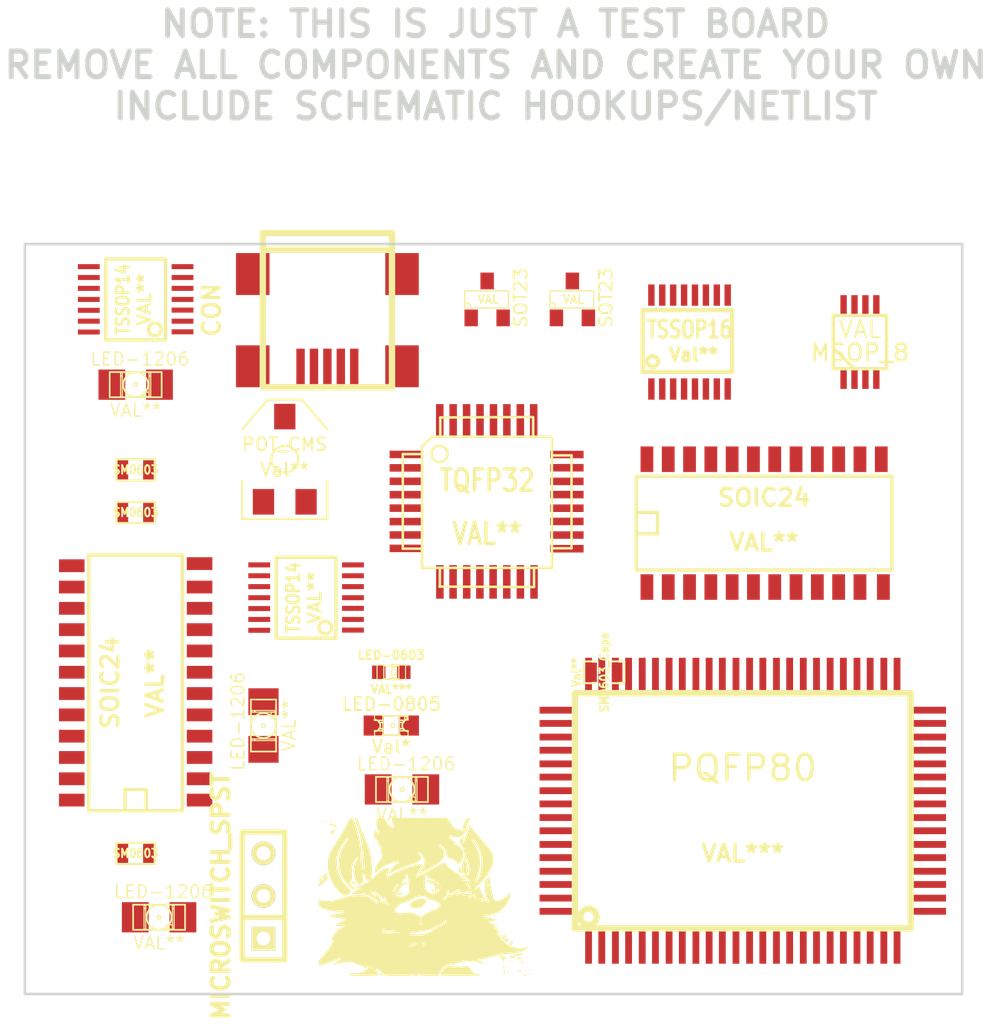
<source format=kicad_pcb>
(kicad_pcb (version 3) (host pcbnew "(2014-01-10 BZR 4027)-stable")

  (general
    (links 8)
    (no_connects 8)
    (area 130.427729 83.566 213.421684 140.537001)
    (thickness 1.6)
    (drawings 5)
    (tracks 0)
    (zones 0)
    (modules 24)
    (nets 20)
  )

  (page A3)
  (layers
    (15 F.Cu signal)
    (0 B.Cu signal)
    (16 B.Adhes user)
    (17 F.Adhes user)
    (18 B.Paste user)
    (19 F.Paste user)
    (20 B.SilkS user)
    (21 F.SilkS user)
    (22 B.Mask user)
    (23 F.Mask user)
    (24 Dwgs.User user)
    (25 Cmts.User user)
    (26 Eco1.User user)
    (27 Eco2.User user)
    (28 Edge.Cuts user)
  )

  (setup
    (last_trace_width 0.254)
    (trace_clearance 0.254)
    (zone_clearance 0.508)
    (zone_45_only no)
    (trace_min 0.254)
    (segment_width 0.2)
    (edge_width 0.15)
    (via_size 0.889)
    (via_drill 0.635)
    (via_min_size 0.889)
    (via_min_drill 0.508)
    (uvia_size 0.508)
    (uvia_drill 0.127)
    (uvias_allowed no)
    (uvia_min_size 0.508)
    (uvia_min_drill 0.127)
    (pcb_text_width 0.3)
    (pcb_text_size 1 1)
    (mod_edge_width 0.15)
    (mod_text_size 1 1)
    (mod_text_width 0.15)
    (pad_size 1 1)
    (pad_drill 0.6)
    (pad_to_mask_clearance 0)
    (aux_axis_origin 0 0)
    (visible_elements FFFFFFBF)
    (pcbplotparams
      (layerselection 3178497)
      (usegerberextensions true)
      (excludeedgelayer true)
      (linewidth 0.150000)
      (plotframeref false)
      (viasonmask false)
      (mode 1)
      (useauxorigin false)
      (hpglpennumber 1)
      (hpglpenspeed 20)
      (hpglpendiameter 15)
      (hpglpenoverlay 2)
      (psnegative false)
      (psa4output false)
      (plotreference true)
      (plotvalue true)
      (plotothertext true)
      (plotinvisibletext false)
      (padsonsilk false)
      (subtractmaskfromsilk false)
      (outputformat 1)
      (mirror false)
      (drillshape 1)
      (scaleselection 1)
      (outputdirectory ""))
  )

  (net 0 "")
  (net 1 GND)
  (net 2 N-000001)
  (net 3 N-000007)
  (net 4 N-000008)
  (net 5 N-000009)
  (net 6 N-000015)
  (net 7 N-000016)
  (net 8 N-000017)
  (net 9 N-000018)
  (net 10 N-000019)
  (net 11 N-000033)
  (net 12 N-000034)
  (net 13 N-000035)
  (net 14 N-000036)
  (net 15 N-000044)
  (net 16 N-000047)
  (net 17 N-000048)
  (net 18 N-000055)
  (net 19 VCC)

  (net_class Default "This is the default net class."
    (clearance 0.254)
    (trace_width 0.254)
    (via_dia 0.889)
    (via_drill 0.635)
    (uvia_dia 0.508)
    (uvia_drill 0.127)
    (add_net "")
    (add_net GND)
    (add_net N-000001)
    (add_net N-000007)
    (add_net N-000008)
    (add_net N-000009)
    (add_net N-000015)
    (add_net N-000016)
    (add_net N-000017)
    (add_net N-000018)
    (add_net N-000019)
    (add_net N-000033)
    (add_net N-000034)
    (add_net N-000035)
    (add_net N-000036)
    (add_net N-000044)
    (add_net N-000047)
    (add_net N-000048)
    (add_net N-000055)
    (add_net VCC)
  )

  (module TSSOP14 (layer F.Cu) (tedit 4E43F187) (tstamp 52E24A3B)
    (at 162.56 99.06 90)
    (attr smd)
    (fp_text reference TSSOP14 (at 0 -0.762 90) (layer F.SilkS)
      (effects (font (size 0.762 0.635) (thickness 0.16002)))
    )
    (fp_text value VAL** (at 0 0.508 90) (layer F.SilkS)
      (effects (font (size 0.762 0.762) (thickness 0.16002)))
    )
    (fp_line (start -2.413 -1.778) (end 2.413 -1.778) (layer F.SilkS) (width 0.2032))
    (fp_line (start 2.413 -1.778) (end 2.413 1.778) (layer F.SilkS) (width 0.2032))
    (fp_line (start 2.413 1.778) (end -2.413 1.778) (layer F.SilkS) (width 0.2032))
    (fp_line (start -2.413 1.778) (end -2.413 -1.778) (layer F.SilkS) (width 0.2032))
    (fp_circle (center -1.778 1.143) (end -2.159 1.143) (layer F.SilkS) (width 0.2032))
    (pad 1 smd rect (at -1.9304 2.794 90) (size 0.29972 1.30048)
      (layers F.Cu F.Paste F.Mask)
    )
    (pad 2 smd rect (at -1.2954 2.794 90) (size 0.29972 1.30048)
      (layers F.Cu F.Paste F.Mask)
    )
    (pad 3 smd rect (at -0.635 2.794 90) (size 0.29972 1.30048)
      (layers F.Cu F.Paste F.Mask)
    )
    (pad 4 smd rect (at 0 2.794 90) (size 0.29972 1.30048)
      (layers F.Cu F.Paste F.Mask)
    )
    (pad 5 smd rect (at 0.6604 2.794 90) (size 0.29972 1.30048)
      (layers F.Cu F.Paste F.Mask)
    )
    (pad 6 smd rect (at 1.3081 2.794 90) (size 0.29972 1.30048)
      (layers F.Cu F.Paste F.Mask)
    )
    (pad 7 smd rect (at 1.9558 2.794 90) (size 0.29972 1.30048)
      (layers F.Cu F.Paste F.Mask)
    )
    (pad 8 smd rect (at 1.9558 -2.794 90) (size 0.29972 1.30048)
      (layers F.Cu F.Paste F.Mask)
    )
    (pad 9 smd rect (at 1.3081 -2.794 90) (size 0.29972 1.30048)
      (layers F.Cu F.Paste F.Mask)
    )
    (pad 10 smd rect (at 0.6604 -2.794 90) (size 0.29972 1.30048)
      (layers F.Cu F.Paste F.Mask)
    )
    (pad 11 smd rect (at 0 -2.794 90) (size 0.29972 1.30048)
      (layers F.Cu F.Paste F.Mask)
    )
    (pad 12 smd rect (at -0.6477 -2.794 90) (size 0.29972 1.30048)
      (layers F.Cu F.Paste F.Mask)
    )
    (pad 13 smd rect (at -1.2954 -2.794 90) (size 0.29972 1.30048)
      (layers F.Cu F.Paste F.Mask)
    )
    (pad 14 smd rect (at -1.9431 -2.794 90) (size 0.29972 1.30048)
      (layers F.Cu F.Paste F.Mask)
    )
    (model smd\smd_dil\tssop-14.wrl
      (at (xyz 0 0 0))
      (scale (xyz 1 1 1))
      (rotate (xyz 0 0 0))
    )
  )

  (module SOIC24 (layer F.Cu) (tedit 4289BEAB) (tstamp 52E2A167)
    (at 162.56 121.92 90)
    (attr smd)
    (fp_text reference SOIC24 (at 0 -1.524 90) (layer F.SilkS)
      (effects (font (size 1.016 1.016) (thickness 0.2032)))
    )
    (fp_text value VAL** (at 0 1.143 90) (layer F.SilkS)
      (effects (font (size 1.016 1.016) (thickness 0.2032)))
    )
    (fp_line (start 7.62 -2.794) (end 7.62 2.794) (layer F.SilkS) (width 0.2032))
    (fp_line (start -7.62 -2.794) (end -7.62 2.794) (layer F.SilkS) (width 0.2032))
    (fp_line (start 7.62 -2.794) (end -7.62 -2.794) (layer F.SilkS) (width 0.2032))
    (fp_line (start -7.62 -0.635) (end -6.35 -0.635) (layer F.SilkS) (width 0.2032))
    (fp_line (start -6.35 -0.635) (end -6.35 0.635) (layer F.SilkS) (width 0.2032))
    (fp_line (start -6.35 0.635) (end -7.62 0.635) (layer F.SilkS) (width 0.2032))
    (fp_line (start -7.62 2.794) (end 7.62 2.794) (layer F.SilkS) (width 0.2032))
    (pad 1 smd rect (at -6.985 3.81 90) (size 0.762 1.524)
      (layers F.Cu F.Paste F.Mask)
    )
    (pad 2 smd rect (at -5.715 3.81 90) (size 0.762 1.524)
      (layers F.Cu F.Paste F.Mask)
    )
    (pad 3 smd rect (at -4.445 3.81 90) (size 0.762 1.524)
      (layers F.Cu F.Paste F.Mask)
    )
    (pad 4 smd rect (at -3.175 3.81 90) (size 0.762 1.524)
      (layers F.Cu F.Paste F.Mask)
    )
    (pad 5 smd rect (at -1.905 3.81 90) (size 0.762 1.524)
      (layers F.Cu F.Paste F.Mask)
    )
    (pad 6 smd rect (at -0.635 3.81 90) (size 0.762 1.524)
      (layers F.Cu F.Paste F.Mask)
    )
    (pad 7 smd rect (at 0.635 3.81 90) (size 0.762 1.524)
      (layers F.Cu F.Paste F.Mask)
    )
    (pad 8 smd rect (at 1.905 3.81 90) (size 0.762 1.524)
      (layers F.Cu F.Paste F.Mask)
    )
    (pad 9 smd rect (at 3.175 3.81 90) (size 0.762 1.524)
      (layers F.Cu F.Paste F.Mask)
    )
    (pad 10 smd rect (at 4.445 3.81 90) (size 0.762 1.524)
      (layers F.Cu F.Paste F.Mask)
    )
    (pad 11 smd rect (at 5.715 3.81 90) (size 0.762 1.524)
      (layers F.Cu F.Paste F.Mask)
    )
    (pad 12 smd rect (at 7.112 3.81 90) (size 0.762 1.524)
      (layers F.Cu F.Paste F.Mask)
    )
    (pad 24 smd rect (at -6.985 -3.81 90) (size 0.762 1.524)
      (layers F.Cu F.Paste F.Mask)
    )
    (pad 23 smd rect (at -5.715 -3.81 90) (size 0.762 1.524)
      (layers F.Cu F.Paste F.Mask)
    )
    (pad 22 smd rect (at -4.445 -3.81 90) (size 0.762 1.524)
      (layers F.Cu F.Paste F.Mask)
    )
    (pad 21 smd rect (at -3.175 -3.81 90) (size 0.762 1.524)
      (layers F.Cu F.Paste F.Mask)
    )
    (pad 20 smd rect (at -1.905 -3.81 90) (size 0.762 1.524)
      (layers F.Cu F.Paste F.Mask)
    )
    (pad 19 smd rect (at -0.635 -3.81 90) (size 0.762 1.524)
      (layers F.Cu F.Paste F.Mask)
    )
    (pad 18 smd rect (at 0.635 -3.81 90) (size 0.762 1.524)
      (layers F.Cu F.Paste F.Mask)
    )
    (pad 17 smd rect (at 1.905 -3.81 90) (size 0.762 1.524)
      (layers F.Cu F.Paste F.Mask)
    )
    (pad 16 smd rect (at 3.175 -3.81 90) (size 0.762 1.524)
      (layers F.Cu F.Paste F.Mask)
    )
    (pad 15 smd rect (at 4.445 -3.81 90) (size 0.762 1.524)
      (layers F.Cu F.Paste F.Mask)
    )
    (pad 14 smd rect (at 5.715 -3.81 90) (size 0.762 1.524)
      (layers F.Cu F.Paste F.Mask)
    )
    (pad 13 smd rect (at 6.985 -3.81 90) (size 0.762 1.524)
      (layers F.Cu F.Paste F.Mask)
    )
    (model smd/cms_soj24.wrl
      (at (xyz 0 0 0))
      (scale (xyz 0.5 0.6 0.5))
      (rotate (xyz 0 0 0))
    )
  )

  (module SM0603 (layer F.Cu) (tedit 4E43A3D1) (tstamp 52E2F886)
    (at 162.56 109.22)
    (attr smd)
    (fp_text reference SM0603 (at 0 0) (layer F.SilkS)
      (effects (font (size 0.508 0.4572) (thickness 0.1143)))
    )
    (fp_text value Val** (at 0 0) (layer F.SilkS) hide
      (effects (font (size 0.508 0.4572) (thickness 0.1143)))
    )
    (fp_line (start -1.143 -0.635) (end 1.143 -0.635) (layer F.SilkS) (width 0.127))
    (fp_line (start 1.143 -0.635) (end 1.143 0.635) (layer F.SilkS) (width 0.127))
    (fp_line (start 1.143 0.635) (end -1.143 0.635) (layer F.SilkS) (width 0.127))
    (fp_line (start -1.143 0.635) (end -1.143 -0.635) (layer F.SilkS) (width 0.127))
    (pad 1 smd rect (at -0.762 0) (size 0.635 1.143)
      (layers F.Cu F.Paste F.Mask)
    )
    (pad 2 smd rect (at 0.762 0) (size 0.635 1.143)
      (layers F.Cu F.Paste F.Mask)
    )
    (model smd\resistors\R0603.wrl
      (at (xyz 0 0 0.001))
      (scale (xyz 0.5 0.5 0.5))
      (rotate (xyz 0 0 0))
    )
  )

  (module SM0603 (layer F.Cu) (tedit 4E43A3D1) (tstamp 52E2F899)
    (at 162.56 111.76)
    (attr smd)
    (fp_text reference SM0603 (at 0 0) (layer F.SilkS)
      (effects (font (size 0.508 0.4572) (thickness 0.1143)))
    )
    (fp_text value Val** (at 0 0) (layer F.SilkS) hide
      (effects (font (size 0.508 0.4572) (thickness 0.1143)))
    )
    (fp_line (start -1.143 -0.635) (end 1.143 -0.635) (layer F.SilkS) (width 0.127))
    (fp_line (start 1.143 -0.635) (end 1.143 0.635) (layer F.SilkS) (width 0.127))
    (fp_line (start 1.143 0.635) (end -1.143 0.635) (layer F.SilkS) (width 0.127))
    (fp_line (start -1.143 0.635) (end -1.143 -0.635) (layer F.SilkS) (width 0.127))
    (pad 1 smd rect (at -0.762 0) (size 0.635 1.143)
      (layers F.Cu F.Paste F.Mask)
    )
    (pad 2 smd rect (at 0.762 0) (size 0.635 1.143)
      (layers F.Cu F.Paste F.Mask)
    )
    (model smd\resistors\R0603.wrl
      (at (xyz 0 0 0.001))
      (scale (xyz 0.5 0.5 0.5))
      (rotate (xyz 0 0 0))
    )
  )

  (module SM0603 (layer F.Cu) (tedit 4E43A3D1) (tstamp 52E2F8AC)
    (at 162.56 132.08)
    (attr smd)
    (fp_text reference SM0603 (at 0 0) (layer F.SilkS)
      (effects (font (size 0.508 0.4572) (thickness 0.1143)))
    )
    (fp_text value Val** (at 0 0) (layer F.SilkS) hide
      (effects (font (size 0.508 0.4572) (thickness 0.1143)))
    )
    (fp_line (start -1.143 -0.635) (end 1.143 -0.635) (layer F.SilkS) (width 0.127))
    (fp_line (start 1.143 -0.635) (end 1.143 0.635) (layer F.SilkS) (width 0.127))
    (fp_line (start 1.143 0.635) (end -1.143 0.635) (layer F.SilkS) (width 0.127))
    (fp_line (start -1.143 0.635) (end -1.143 -0.635) (layer F.SilkS) (width 0.127))
    (pad 1 smd rect (at -0.762 0) (size 0.635 1.143)
      (layers F.Cu F.Paste F.Mask)
    )
    (pad 2 smd rect (at 0.762 0) (size 0.635 1.143)
      (layers F.Cu F.Paste F.Mask)
    )
    (model smd\resistors\R0603.wrl
      (at (xyz 0 0 0.001))
      (scale (xyz 0.5 0.5 0.5))
      (rotate (xyz 0 0 0))
    )
  )

  (module LED-1206 (layer F.Cu) (tedit 49BFA1FF) (tstamp 52E34FD2)
    (at 170.18 124.46 90)
    (descr "LED 1206 smd package")
    (tags "LED1206 SMD")
    (attr smd)
    (fp_text reference LED-1206 (at 0.254 -1.524 90) (layer F.SilkS)
      (effects (font (size 0.762 0.762) (thickness 0.0889)))
    )
    (fp_text value VAL** (at 0 1.524 90) (layer F.SilkS)
      (effects (font (size 0.762 0.762) (thickness 0.0889)))
    )
    (fp_line (start -0.09906 0.09906) (end 0.09906 0.09906) (layer F.SilkS) (width 0.06604))
    (fp_line (start 0.09906 0.09906) (end 0.09906 -0.09906) (layer F.SilkS) (width 0.06604))
    (fp_line (start -0.09906 -0.09906) (end 0.09906 -0.09906) (layer F.SilkS) (width 0.06604))
    (fp_line (start -0.09906 0.09906) (end -0.09906 -0.09906) (layer F.SilkS) (width 0.06604))
    (fp_line (start 0.44958 0.6985) (end 0.79756 0.6985) (layer F.SilkS) (width 0.06604))
    (fp_line (start 0.79756 0.6985) (end 0.79756 0.44958) (layer F.SilkS) (width 0.06604))
    (fp_line (start 0.44958 0.44958) (end 0.79756 0.44958) (layer F.SilkS) (width 0.06604))
    (fp_line (start 0.44958 0.6985) (end 0.44958 0.44958) (layer F.SilkS) (width 0.06604))
    (fp_line (start 0.79756 0.6985) (end 0.89916 0.6985) (layer F.SilkS) (width 0.06604))
    (fp_line (start 0.89916 0.6985) (end 0.89916 -0.49784) (layer F.SilkS) (width 0.06604))
    (fp_line (start 0.79756 -0.49784) (end 0.89916 -0.49784) (layer F.SilkS) (width 0.06604))
    (fp_line (start 0.79756 0.6985) (end 0.79756 -0.49784) (layer F.SilkS) (width 0.06604))
    (fp_line (start 0.79756 -0.54864) (end 0.89916 -0.54864) (layer F.SilkS) (width 0.06604))
    (fp_line (start 0.89916 -0.54864) (end 0.89916 -0.6985) (layer F.SilkS) (width 0.06604))
    (fp_line (start 0.79756 -0.6985) (end 0.89916 -0.6985) (layer F.SilkS) (width 0.06604))
    (fp_line (start 0.79756 -0.54864) (end 0.79756 -0.6985) (layer F.SilkS) (width 0.06604))
    (fp_line (start -0.89916 0.6985) (end -0.79756 0.6985) (layer F.SilkS) (width 0.06604))
    (fp_line (start -0.79756 0.6985) (end -0.79756 -0.49784) (layer F.SilkS) (width 0.06604))
    (fp_line (start -0.89916 -0.49784) (end -0.79756 -0.49784) (layer F.SilkS) (width 0.06604))
    (fp_line (start -0.89916 0.6985) (end -0.89916 -0.49784) (layer F.SilkS) (width 0.06604))
    (fp_line (start -0.89916 -0.54864) (end -0.79756 -0.54864) (layer F.SilkS) (width 0.06604))
    (fp_line (start -0.79756 -0.54864) (end -0.79756 -0.6985) (layer F.SilkS) (width 0.06604))
    (fp_line (start -0.89916 -0.6985) (end -0.79756 -0.6985) (layer F.SilkS) (width 0.06604))
    (fp_line (start -0.89916 -0.54864) (end -0.89916 -0.6985) (layer F.SilkS) (width 0.06604))
    (fp_line (start 0.44958 0.6985) (end 0.59944 0.6985) (layer F.SilkS) (width 0.06604))
    (fp_line (start 0.59944 0.6985) (end 0.59944 0.44958) (layer F.SilkS) (width 0.06604))
    (fp_line (start 0.44958 0.44958) (end 0.59944 0.44958) (layer F.SilkS) (width 0.06604))
    (fp_line (start 0.44958 0.6985) (end 0.44958 0.44958) (layer F.SilkS) (width 0.06604))
    (fp_line (start 1.5494 0.7493) (end -1.5494 0.7493) (layer F.SilkS) (width 0.1016))
    (fp_line (start -1.5494 0.7493) (end -1.5494 -0.7493) (layer F.SilkS) (width 0.1016))
    (fp_line (start -1.5494 -0.7493) (end 1.5494 -0.7493) (layer F.SilkS) (width 0.1016))
    (fp_line (start 1.5494 -0.7493) (end 1.5494 0.7493) (layer F.SilkS) (width 0.1016))
    (fp_arc (start 0 0) (end 0.54864 0.49784) (angle 95.4) (layer F.SilkS) (width 0.1016))
    (fp_arc (start 0 0) (end -0.54864 0.49784) (angle 84.5) (layer F.SilkS) (width 0.1016))
    (fp_arc (start 0 0) (end -0.54864 -0.49784) (angle 95.4) (layer F.SilkS) (width 0.1016))
    (fp_arc (start 0 0) (end 0.54864 -0.49784) (angle 84.5) (layer F.SilkS) (width 0.1016))
    (pad 1 smd rect (at -1.41986 0 90) (size 1.59766 1.80086)
      (layers F.Cu F.Paste F.Mask)
    )
    (pad 2 smd rect (at 1.41986 0 90) (size 1.59766 1.80086)
      (layers F.Cu F.Paste F.Mask)
    )
  )

  (module LED-1206 (layer F.Cu) (tedit 49BFA1FF) (tstamp 52F7DFB7)
    (at 162.56 104.14)
    (descr "LED 1206 smd package")
    (tags "LED1206 SMD")
    (attr smd)
    (fp_text reference LED-1206 (at 0.254 -1.524) (layer F.SilkS)
      (effects (font (size 0.762 0.762) (thickness 0.0889)))
    )
    (fp_text value VAL** (at 0 1.524) (layer F.SilkS)
      (effects (font (size 0.762 0.762) (thickness 0.0889)))
    )
    (fp_line (start -0.09906 0.09906) (end 0.09906 0.09906) (layer F.SilkS) (width 0.06604))
    (fp_line (start 0.09906 0.09906) (end 0.09906 -0.09906) (layer F.SilkS) (width 0.06604))
    (fp_line (start -0.09906 -0.09906) (end 0.09906 -0.09906) (layer F.SilkS) (width 0.06604))
    (fp_line (start -0.09906 0.09906) (end -0.09906 -0.09906) (layer F.SilkS) (width 0.06604))
    (fp_line (start 0.44958 0.6985) (end 0.79756 0.6985) (layer F.SilkS) (width 0.06604))
    (fp_line (start 0.79756 0.6985) (end 0.79756 0.44958) (layer F.SilkS) (width 0.06604))
    (fp_line (start 0.44958 0.44958) (end 0.79756 0.44958) (layer F.SilkS) (width 0.06604))
    (fp_line (start 0.44958 0.6985) (end 0.44958 0.44958) (layer F.SilkS) (width 0.06604))
    (fp_line (start 0.79756 0.6985) (end 0.89916 0.6985) (layer F.SilkS) (width 0.06604))
    (fp_line (start 0.89916 0.6985) (end 0.89916 -0.49784) (layer F.SilkS) (width 0.06604))
    (fp_line (start 0.79756 -0.49784) (end 0.89916 -0.49784) (layer F.SilkS) (width 0.06604))
    (fp_line (start 0.79756 0.6985) (end 0.79756 -0.49784) (layer F.SilkS) (width 0.06604))
    (fp_line (start 0.79756 -0.54864) (end 0.89916 -0.54864) (layer F.SilkS) (width 0.06604))
    (fp_line (start 0.89916 -0.54864) (end 0.89916 -0.6985) (layer F.SilkS) (width 0.06604))
    (fp_line (start 0.79756 -0.6985) (end 0.89916 -0.6985) (layer F.SilkS) (width 0.06604))
    (fp_line (start 0.79756 -0.54864) (end 0.79756 -0.6985) (layer F.SilkS) (width 0.06604))
    (fp_line (start -0.89916 0.6985) (end -0.79756 0.6985) (layer F.SilkS) (width 0.06604))
    (fp_line (start -0.79756 0.6985) (end -0.79756 -0.49784) (layer F.SilkS) (width 0.06604))
    (fp_line (start -0.89916 -0.49784) (end -0.79756 -0.49784) (layer F.SilkS) (width 0.06604))
    (fp_line (start -0.89916 0.6985) (end -0.89916 -0.49784) (layer F.SilkS) (width 0.06604))
    (fp_line (start -0.89916 -0.54864) (end -0.79756 -0.54864) (layer F.SilkS) (width 0.06604))
    (fp_line (start -0.79756 -0.54864) (end -0.79756 -0.6985) (layer F.SilkS) (width 0.06604))
    (fp_line (start -0.89916 -0.6985) (end -0.79756 -0.6985) (layer F.SilkS) (width 0.06604))
    (fp_line (start -0.89916 -0.54864) (end -0.89916 -0.6985) (layer F.SilkS) (width 0.06604))
    (fp_line (start 0.44958 0.6985) (end 0.59944 0.6985) (layer F.SilkS) (width 0.06604))
    (fp_line (start 0.59944 0.6985) (end 0.59944 0.44958) (layer F.SilkS) (width 0.06604))
    (fp_line (start 0.44958 0.44958) (end 0.59944 0.44958) (layer F.SilkS) (width 0.06604))
    (fp_line (start 0.44958 0.6985) (end 0.44958 0.44958) (layer F.SilkS) (width 0.06604))
    (fp_line (start 1.5494 0.7493) (end -1.5494 0.7493) (layer F.SilkS) (width 0.1016))
    (fp_line (start -1.5494 0.7493) (end -1.5494 -0.7493) (layer F.SilkS) (width 0.1016))
    (fp_line (start -1.5494 -0.7493) (end 1.5494 -0.7493) (layer F.SilkS) (width 0.1016))
    (fp_line (start 1.5494 -0.7493) (end 1.5494 0.7493) (layer F.SilkS) (width 0.1016))
    (fp_arc (start 0 0) (end 0.54864 0.49784) (angle 95.4) (layer F.SilkS) (width 0.1016))
    (fp_arc (start 0 0) (end -0.54864 0.49784) (angle 84.5) (layer F.SilkS) (width 0.1016))
    (fp_arc (start 0 0) (end -0.54864 -0.49784) (angle 95.4) (layer F.SilkS) (width 0.1016))
    (fp_arc (start 0 0) (end 0.54864 -0.49784) (angle 84.5) (layer F.SilkS) (width 0.1016))
    (pad 1 smd rect (at -1.41986 0) (size 1.59766 1.80086)
      (layers F.Cu F.Paste F.Mask)
    )
    (pad 2 smd rect (at 1.41986 0) (size 1.59766 1.80086)
      (layers F.Cu F.Paste F.Mask)
    )
  )

  (module LED-1206 (layer F.Cu) (tedit 49BFA1FF) (tstamp 52E35078)
    (at 163.957 135.89)
    (descr "LED 1206 smd package")
    (tags "LED1206 SMD")
    (attr smd)
    (fp_text reference LED-1206 (at 0.254 -1.524) (layer F.SilkS)
      (effects (font (size 0.762 0.762) (thickness 0.0889)))
    )
    (fp_text value VAL** (at 0 1.524) (layer F.SilkS)
      (effects (font (size 0.762 0.762) (thickness 0.0889)))
    )
    (fp_line (start -0.09906 0.09906) (end 0.09906 0.09906) (layer F.SilkS) (width 0.06604))
    (fp_line (start 0.09906 0.09906) (end 0.09906 -0.09906) (layer F.SilkS) (width 0.06604))
    (fp_line (start -0.09906 -0.09906) (end 0.09906 -0.09906) (layer F.SilkS) (width 0.06604))
    (fp_line (start -0.09906 0.09906) (end -0.09906 -0.09906) (layer F.SilkS) (width 0.06604))
    (fp_line (start 0.44958 0.6985) (end 0.79756 0.6985) (layer F.SilkS) (width 0.06604))
    (fp_line (start 0.79756 0.6985) (end 0.79756 0.44958) (layer F.SilkS) (width 0.06604))
    (fp_line (start 0.44958 0.44958) (end 0.79756 0.44958) (layer F.SilkS) (width 0.06604))
    (fp_line (start 0.44958 0.6985) (end 0.44958 0.44958) (layer F.SilkS) (width 0.06604))
    (fp_line (start 0.79756 0.6985) (end 0.89916 0.6985) (layer F.SilkS) (width 0.06604))
    (fp_line (start 0.89916 0.6985) (end 0.89916 -0.49784) (layer F.SilkS) (width 0.06604))
    (fp_line (start 0.79756 -0.49784) (end 0.89916 -0.49784) (layer F.SilkS) (width 0.06604))
    (fp_line (start 0.79756 0.6985) (end 0.79756 -0.49784) (layer F.SilkS) (width 0.06604))
    (fp_line (start 0.79756 -0.54864) (end 0.89916 -0.54864) (layer F.SilkS) (width 0.06604))
    (fp_line (start 0.89916 -0.54864) (end 0.89916 -0.6985) (layer F.SilkS) (width 0.06604))
    (fp_line (start 0.79756 -0.6985) (end 0.89916 -0.6985) (layer F.SilkS) (width 0.06604))
    (fp_line (start 0.79756 -0.54864) (end 0.79756 -0.6985) (layer F.SilkS) (width 0.06604))
    (fp_line (start -0.89916 0.6985) (end -0.79756 0.6985) (layer F.SilkS) (width 0.06604))
    (fp_line (start -0.79756 0.6985) (end -0.79756 -0.49784) (layer F.SilkS) (width 0.06604))
    (fp_line (start -0.89916 -0.49784) (end -0.79756 -0.49784) (layer F.SilkS) (width 0.06604))
    (fp_line (start -0.89916 0.6985) (end -0.89916 -0.49784) (layer F.SilkS) (width 0.06604))
    (fp_line (start -0.89916 -0.54864) (end -0.79756 -0.54864) (layer F.SilkS) (width 0.06604))
    (fp_line (start -0.79756 -0.54864) (end -0.79756 -0.6985) (layer F.SilkS) (width 0.06604))
    (fp_line (start -0.89916 -0.6985) (end -0.79756 -0.6985) (layer F.SilkS) (width 0.06604))
    (fp_line (start -0.89916 -0.54864) (end -0.89916 -0.6985) (layer F.SilkS) (width 0.06604))
    (fp_line (start 0.44958 0.6985) (end 0.59944 0.6985) (layer F.SilkS) (width 0.06604))
    (fp_line (start 0.59944 0.6985) (end 0.59944 0.44958) (layer F.SilkS) (width 0.06604))
    (fp_line (start 0.44958 0.44958) (end 0.59944 0.44958) (layer F.SilkS) (width 0.06604))
    (fp_line (start 0.44958 0.6985) (end 0.44958 0.44958) (layer F.SilkS) (width 0.06604))
    (fp_line (start 1.5494 0.7493) (end -1.5494 0.7493) (layer F.SilkS) (width 0.1016))
    (fp_line (start -1.5494 0.7493) (end -1.5494 -0.7493) (layer F.SilkS) (width 0.1016))
    (fp_line (start -1.5494 -0.7493) (end 1.5494 -0.7493) (layer F.SilkS) (width 0.1016))
    (fp_line (start 1.5494 -0.7493) (end 1.5494 0.7493) (layer F.SilkS) (width 0.1016))
    (fp_arc (start 0 0) (end 0.54864 0.49784) (angle 95.4) (layer F.SilkS) (width 0.1016))
    (fp_arc (start 0 0) (end -0.54864 0.49784) (angle 84.5) (layer F.SilkS) (width 0.1016))
    (fp_arc (start 0 0) (end -0.54864 -0.49784) (angle 95.4) (layer F.SilkS) (width 0.1016))
    (fp_arc (start 0 0) (end 0.54864 -0.49784) (angle 84.5) (layer F.SilkS) (width 0.1016))
    (pad 1 smd rect (at -1.41986 0) (size 1.59766 1.80086)
      (layers F.Cu F.Paste F.Mask)
    )
    (pad 2 smd rect (at 1.41986 0) (size 1.59766 1.80086)
      (layers F.Cu F.Paste F.Mask)
    )
  )

  (module TSSOP14 (layer F.Cu) (tedit 4E43F187) (tstamp 52E350B8)
    (at 172.72 116.84 90)
    (attr smd)
    (fp_text reference TSSOP14 (at 0 -0.762 90) (layer F.SilkS)
      (effects (font (size 0.762 0.635) (thickness 0.16002)))
    )
    (fp_text value VAL** (at 0 0.508 90) (layer F.SilkS)
      (effects (font (size 0.762 0.762) (thickness 0.16002)))
    )
    (fp_line (start -2.413 -1.778) (end 2.413 -1.778) (layer F.SilkS) (width 0.2032))
    (fp_line (start 2.413 -1.778) (end 2.413 1.778) (layer F.SilkS) (width 0.2032))
    (fp_line (start 2.413 1.778) (end -2.413 1.778) (layer F.SilkS) (width 0.2032))
    (fp_line (start -2.413 1.778) (end -2.413 -1.778) (layer F.SilkS) (width 0.2032))
    (fp_circle (center -1.778 1.143) (end -2.159 1.143) (layer F.SilkS) (width 0.2032))
    (pad 1 smd rect (at -1.9304 2.794 90) (size 0.29972 1.30048)
      (layers F.Cu F.Paste F.Mask)
    )
    (pad 2 smd rect (at -1.2954 2.794 90) (size 0.29972 1.30048)
      (layers F.Cu F.Paste F.Mask)
    )
    (pad 3 smd rect (at -0.635 2.794 90) (size 0.29972 1.30048)
      (layers F.Cu F.Paste F.Mask)
    )
    (pad 4 smd rect (at 0 2.794 90) (size 0.29972 1.30048)
      (layers F.Cu F.Paste F.Mask)
    )
    (pad 5 smd rect (at 0.6604 2.794 90) (size 0.29972 1.30048)
      (layers F.Cu F.Paste F.Mask)
    )
    (pad 6 smd rect (at 1.3081 2.794 90) (size 0.29972 1.30048)
      (layers F.Cu F.Paste F.Mask)
    )
    (pad 7 smd rect (at 1.9558 2.794 90) (size 0.29972 1.30048)
      (layers F.Cu F.Paste F.Mask)
    )
    (pad 8 smd rect (at 1.9558 -2.794 90) (size 0.29972 1.30048)
      (layers F.Cu F.Paste F.Mask)
    )
    (pad 9 smd rect (at 1.3081 -2.794 90) (size 0.29972 1.30048)
      (layers F.Cu F.Paste F.Mask)
    )
    (pad 10 smd rect (at 0.6604 -2.794 90) (size 0.29972 1.30048)
      (layers F.Cu F.Paste F.Mask)
    )
    (pad 11 smd rect (at 0 -2.794 90) (size 0.29972 1.30048)
      (layers F.Cu F.Paste F.Mask)
    )
    (pad 12 smd rect (at -0.6477 -2.794 90) (size 0.29972 1.30048)
      (layers F.Cu F.Paste F.Mask)
    )
    (pad 13 smd rect (at -1.2954 -2.794 90) (size 0.29972 1.30048)
      (layers F.Cu F.Paste F.Mask)
    )
    (pad 14 smd rect (at -1.9431 -2.794 90) (size 0.29972 1.30048)
      (layers F.Cu F.Paste F.Mask)
    )
    (model smd\smd_dil\tssop-14.wrl
      (at (xyz 0 0 0))
      (scale (xyz 1 1 1))
      (rotate (xyz 0 0 0))
    )
  )

  (module MSOP_8 (layer F.Cu) (tedit 48A96A8A) (tstamp 52F8E5BB)
    (at 205.74 101.6)
    (fp_text reference MSOP_8 (at 0 0.635) (layer F.SilkS)
      (effects (font (size 1.00076 1.00076) (thickness 0.1524)))
    )
    (fp_text value VAL (at 0 -0.762) (layer F.SilkS)
      (effects (font (size 1.00076 1.00076) (thickness 0.127)))
    )
    (fp_line (start -0.3175 1.5875) (end -1.5875 0.381) (layer F.SilkS) (width 0.2032))
    (fp_line (start -1.5875 1.5875) (end 1.5875 1.5875) (layer F.SilkS) (width 0.2032))
    (fp_line (start 1.5875 1.5875) (end 1.5875 -1.5875) (layer F.SilkS) (width 0.2032))
    (fp_line (start 1.5875 -1.5875) (end -1.5875 -1.5875) (layer F.SilkS) (width 0.2032))
    (fp_line (start -1.5875 -1.5875) (end -1.5875 1.5875) (layer F.SilkS) (width 0.2032))
    (pad 1 smd rect (at -0.97536 2.159) (size 0.381 1.27)
      (layers F.Cu F.Paste F.Mask)
    )
    (pad 2 smd rect (at -0.32512 2.159) (size 0.381 1.27)
      (layers F.Cu F.Paste F.Mask)
    )
    (pad 3 smd rect (at 0.32512 2.159) (size 0.381 1.27)
      (layers F.Cu F.Paste F.Mask)
    )
    (pad 4 smd rect (at 0.97536 2.159) (size 0.381 1.27)
      (layers F.Cu F.Paste F.Mask)
    )
    (pad 5 smd rect (at 0.97536 -2.159) (size 0.381 1.27)
      (layers F.Cu F.Paste F.Mask)
    )
    (pad 6 smd rect (at 0.32512 -2.159) (size 0.381 1.27)
      (layers F.Cu F.Paste F.Mask)
    )
    (pad 7 smd rect (at -0.32512 -2.159) (size 0.381 1.27)
      (layers F.Cu F.Paste F.Mask)
    )
    (pad 8 smd rect (at -0.97536 -2.159) (size 0.381 1.27)
      (layers F.Cu F.Paste F.Mask)
    )
    (model smd/MSOP_8.wrl
      (at (xyz 0 0 0.001))
      (scale (xyz 0.3937 0.3937 0.3937))
      (rotate (xyz 0 0 0))
    )
  )

  (module TSSOP16 (layer F.Cu) (tedit 4E43E09E) (tstamp 52F93CE4)
    (at 195.58 101.6)
    (path SSOP16)
    (attr smd)
    (fp_text reference TSSOP16 (at 0 -0.7493) (layer F.SilkS)
      (effects (font (size 1.016 0.762) (thickness 0.1905)))
    )
    (fp_text value Val** (at 0.24892 0.7493) (layer F.SilkS)
      (effects (font (size 0.762 0.762) (thickness 0.1905)))
    )
    (fp_line (start -2.794 -1.905) (end 2.54 -1.905) (layer F.SilkS) (width 0.254))
    (fp_line (start 2.54 -1.905) (end 2.54 1.778) (layer F.SilkS) (width 0.254))
    (fp_line (start 2.54 1.778) (end -2.794 1.778) (layer F.SilkS) (width 0.254))
    (fp_line (start -2.794 1.778) (end -2.794 -1.905) (layer F.SilkS) (width 0.254))
    (fp_circle (center -2.20218 1.15824) (end -2.40538 1.41224) (layer F.SilkS) (width 0.254))
    (pad 1 smd rect (at -2.27584 2.79908) (size 0.381 1.27)
      (layers F.Cu F.Paste F.Mask)
    )
    (pad 2 smd rect (at -1.6256 2.79908) (size 0.381 1.27)
      (layers F.Cu F.Paste F.Mask)
    )
    (pad 3 smd rect (at -0.97536 2.79908) (size 0.381 1.27)
      (layers F.Cu F.Paste F.Mask)
    )
    (pad 4 smd rect (at -0.32512 2.79908) (size 0.381 1.27)
      (layers F.Cu F.Paste F.Mask)
    )
    (pad 5 smd rect (at 0.32512 2.79908) (size 0.381 1.27)
      (layers F.Cu F.Paste F.Mask)
    )
    (pad 6 smd rect (at 0.97536 2.79908) (size 0.381 1.27)
      (layers F.Cu F.Paste F.Mask)
    )
    (pad 7 smd rect (at 1.6256 2.79908) (size 0.381 1.27)
      (layers F.Cu F.Paste F.Mask)
    )
    (pad 8 smd rect (at 2.27584 2.79908) (size 0.381 1.27)
      (layers F.Cu F.Paste F.Mask)
    )
    (pad 9 smd rect (at 2.27584 -2.79908) (size 0.381 1.27)
      (layers F.Cu F.Paste F.Mask)
    )
    (pad 10 smd rect (at 1.6256 -2.79908) (size 0.381 1.27)
      (layers F.Cu F.Paste F.Mask)
    )
    (pad 11 smd rect (at 0.97536 -2.79908) (size 0.381 1.27)
      (layers F.Cu F.Paste F.Mask)
    )
    (pad 12 smd rect (at 0.32512 -2.79908) (size 0.381 1.27)
      (layers F.Cu F.Paste F.Mask)
    )
    (pad 13 smd rect (at -0.32512 -2.79908) (size 0.381 1.27)
      (layers F.Cu F.Paste F.Mask)
    )
    (pad 14 smd rect (at -0.97536 -2.79908) (size 0.381 1.27)
      (layers F.Cu F.Paste F.Mask)
    )
    (pad 15 smd rect (at -1.6256 -2.79908) (size 0.381 1.27)
      (layers F.Cu F.Paste F.Mask)
    )
    (pad 16 smd rect (at -2.27584 -2.79908) (size 0.381 1.27)
      (layers F.Cu F.Paste F.Mask)
    )
    (model smd\smd_dil\tssop-16.wrl
      (at (xyz 0 0 0))
      (scale (xyz 1 1 1))
      (rotate (xyz 0 0 0))
    )
  )

  (module SOIC24 (layer F.Cu) (tedit 4289BEAB) (tstamp 52F9941F)
    (at 200.025 112.395)
    (attr smd)
    (fp_text reference SOIC24 (at 0 -1.524) (layer F.SilkS)
      (effects (font (size 1.016 1.016) (thickness 0.2032)))
    )
    (fp_text value VAL** (at 0 1.143) (layer F.SilkS)
      (effects (font (size 1.016 1.016) (thickness 0.2032)))
    )
    (fp_line (start 7.62 -2.794) (end 7.62 2.794) (layer F.SilkS) (width 0.2032))
    (fp_line (start -7.62 -2.794) (end -7.62 2.794) (layer F.SilkS) (width 0.2032))
    (fp_line (start 7.62 -2.794) (end -7.62 -2.794) (layer F.SilkS) (width 0.2032))
    (fp_line (start -7.62 -0.635) (end -6.35 -0.635) (layer F.SilkS) (width 0.2032))
    (fp_line (start -6.35 -0.635) (end -6.35 0.635) (layer F.SilkS) (width 0.2032))
    (fp_line (start -6.35 0.635) (end -7.62 0.635) (layer F.SilkS) (width 0.2032))
    (fp_line (start -7.62 2.794) (end 7.62 2.794) (layer F.SilkS) (width 0.2032))
    (pad 1 smd rect (at -6.985 3.81) (size 0.762 1.524)
      (layers F.Cu F.Paste F.Mask)
    )
    (pad 2 smd rect (at -5.715 3.81) (size 0.762 1.524)
      (layers F.Cu F.Paste F.Mask)
    )
    (pad 3 smd rect (at -4.445 3.81) (size 0.762 1.524)
      (layers F.Cu F.Paste F.Mask)
    )
    (pad 4 smd rect (at -3.175 3.81) (size 0.762 1.524)
      (layers F.Cu F.Paste F.Mask)
    )
    (pad 5 smd rect (at -1.905 3.81) (size 0.762 1.524)
      (layers F.Cu F.Paste F.Mask)
    )
    (pad 6 smd rect (at -0.635 3.81) (size 0.762 1.524)
      (layers F.Cu F.Paste F.Mask)
    )
    (pad 7 smd rect (at 0.635 3.81) (size 0.762 1.524)
      (layers F.Cu F.Paste F.Mask)
    )
    (pad 8 smd rect (at 1.905 3.81) (size 0.762 1.524)
      (layers F.Cu F.Paste F.Mask)
    )
    (pad 9 smd rect (at 3.175 3.81) (size 0.762 1.524)
      (layers F.Cu F.Paste F.Mask)
    )
    (pad 10 smd rect (at 4.445 3.81) (size 0.762 1.524)
      (layers F.Cu F.Paste F.Mask)
    )
    (pad 11 smd rect (at 5.715 3.81) (size 0.762 1.524)
      (layers F.Cu F.Paste F.Mask)
    )
    (pad 12 smd rect (at 7.112 3.81) (size 0.762 1.524)
      (layers F.Cu F.Paste F.Mask)
    )
    (pad 24 smd rect (at -6.985 -3.81) (size 0.762 1.524)
      (layers F.Cu F.Paste F.Mask)
    )
    (pad 23 smd rect (at -5.715 -3.81) (size 0.762 1.524)
      (layers F.Cu F.Paste F.Mask)
    )
    (pad 22 smd rect (at -4.445 -3.81) (size 0.762 1.524)
      (layers F.Cu F.Paste F.Mask)
    )
    (pad 21 smd rect (at -3.175 -3.81) (size 0.762 1.524)
      (layers F.Cu F.Paste F.Mask)
    )
    (pad 20 smd rect (at -1.905 -3.81) (size 0.762 1.524)
      (layers F.Cu F.Paste F.Mask)
    )
    (pad 19 smd rect (at -0.635 -3.81) (size 0.762 1.524)
      (layers F.Cu F.Paste F.Mask)
    )
    (pad 18 smd rect (at 0.635 -3.81) (size 0.762 1.524)
      (layers F.Cu F.Paste F.Mask)
    )
    (pad 17 smd rect (at 1.905 -3.81) (size 0.762 1.524)
      (layers F.Cu F.Paste F.Mask)
    )
    (pad 16 smd rect (at 3.175 -3.81) (size 0.762 1.524)
      (layers F.Cu F.Paste F.Mask)
    )
    (pad 15 smd rect (at 4.445 -3.81) (size 0.762 1.524)
      (layers F.Cu F.Paste F.Mask)
    )
    (pad 14 smd rect (at 5.715 -3.81) (size 0.762 1.524)
      (layers F.Cu F.Paste F.Mask)
    )
    (pad 13 smd rect (at 6.985 -3.81) (size 0.762 1.524)
      (layers F.Cu F.Paste F.Mask)
    )
    (model smd/cms_soj24.wrl
      (at (xyz 0 0 0))
      (scale (xyz 0.5 0.6 0.5))
      (rotate (xyz 0 0 0))
    )
  )

  (module USB_MINI_B (layer F.Cu) (tedit 505F99F2) (tstamp 52FA99A9)
    (at 173.99 99.695 270)
    (descr "USB Mini-B 5-pin SMD connector")
    (tags "USB, Mini-B, connector")
    (fp_text reference CON (at 0 6.90118 270) (layer F.SilkS)
      (effects (font (size 1.016 1.016) (thickness 0.2032)))
    )
    (fp_text value USB-Mini-B (at 0 -7.0993 270) (layer F.SilkS) hide
      (effects (font (size 1.016 1.016) (thickness 0.2032)))
    )
    (fp_line (start -3.59918 -3.85064) (end -3.59918 3.85064) (layer F.SilkS) (width 0.381))
    (fp_line (start -4.59994 -3.85064) (end -4.59994 3.85064) (layer F.SilkS) (width 0.381))
    (fp_line (start -4.59994 3.85064) (end 4.59994 3.85064) (layer F.SilkS) (width 0.381))
    (fp_line (start 4.59994 3.85064) (end 4.59994 -3.85064) (layer F.SilkS) (width 0.381))
    (fp_line (start 4.59994 -3.85064) (end -4.59994 -3.85064) (layer F.SilkS) (width 0.381))
    (pad 1 smd rect (at 3.44932 -1.6002 270) (size 2.30124 0.50038)
      (layers F.Cu F.Paste F.Mask)
    )
    (pad 2 smd rect (at 3.44932 -0.8001 270) (size 2.30124 0.50038)
      (layers F.Cu F.Paste F.Mask)
    )
    (pad 3 smd rect (at 3.44932 0 270) (size 2.30124 0.50038)
      (layers F.Cu F.Paste F.Mask)
    )
    (pad 4 smd rect (at 3.44932 0.8001 270) (size 2.30124 0.50038)
      (layers F.Cu F.Paste F.Mask)
    )
    (pad 5 smd rect (at 3.44932 1.6002 270) (size 2.30124 0.50038)
      (layers F.Cu F.Paste F.Mask)
    )
    (pad 6 smd rect (at 3.35026 -4.45008 270) (size 2.49936 1.99898)
      (layers F.Cu F.Paste F.Mask)
    )
    (pad 7 smd rect (at -2.14884 -4.45008 270) (size 2.49936 1.99898)
      (layers F.Cu F.Paste F.Mask)
    )
    (pad 8 smd rect (at 3.35026 4.45008 270) (size 2.49936 1.99898)
      (layers F.Cu F.Paste F.Mask)
    )
    (pad 9 smd rect (at -2.14884 4.45008 270) (size 2.49936 1.99898)
      (layers F.Cu F.Paste F.Mask)
    )
    (pad "" np_thru_hole circle (at 0.8509 -2.19964 270) (size 0.89916 0.89916) (drill 0.89916)
      (layers *.Cu *.Mask F.SilkS)
    )
    (pad 2 np_thru_hole circle (at 0.8509 2.19964 270) (size 0.89916 0.89916) (drill 0.89916)
      (layers *.Cu *.Mask F.SilkS)
    )
  )

  (module MICROSWITCH_SPST (layer F.Cu) (tedit 48075FE7) (tstamp 52FB4889)
    (at 170.18 134.62 90)
    (descr "Connecteur 3 pins")
    (tags "CONN DEV")
    (fp_text reference MICROSWITCH_SPST (at 0 -2.54 90) (layer F.SilkS)
      (effects (font (size 1.016 1.016) (thickness 0.254)))
    )
    (fp_text value Val** (at 0 -2.54 90) (layer F.SilkS) hide
      (effects (font (size 1.016 1.016) (thickness 0.254)))
    )
    (fp_line (start -3.81 1.27) (end -3.81 -1.27) (layer F.SilkS) (width 0.3048))
    (fp_line (start -3.81 -1.27) (end 3.81 -1.27) (layer F.SilkS) (width 0.3048))
    (fp_line (start 3.81 -1.27) (end 3.81 1.27) (layer F.SilkS) (width 0.3048))
    (fp_line (start 3.81 1.27) (end -3.81 1.27) (layer F.SilkS) (width 0.3048))
    (fp_line (start -1.27 -1.27) (end -1.27 1.27) (layer F.SilkS) (width 0.3048))
    (pad 1 thru_hole rect (at -2.54 0 90) (size 1.397 1.397) (drill 0.8128)
      (layers *.Cu *.Mask F.SilkS)
    )
    (pad 2 thru_hole circle (at 0 0 90) (size 1.397 1.397) (drill 0.8128)
      (layers *.Cu *.Mask F.SilkS)
    )
    (pad 3 thru_hole circle (at 2.54 0 90) (size 1.397 1.397) (drill 0.8128)
      (layers *.Cu *.Mask F.SilkS)
    )
    (model device/switch_slide_straight_terminal.wrl
      (at (xyz 0 0 0))
      (scale (xyz 0.33 0.33 0.33))
      (rotate (xyz 0 0 0))
    )
  )

  (module LED-0603 (layer F.Cu) (tedit 4E16AFB4) (tstamp 52FB9FC3)
    (at 177.8 121.285)
    (descr "LED 0603 smd package")
    (tags "LED led 0603 SMD smd SMT smt smdled SMDLED smtled SMTLED")
    (attr smd)
    (fp_text reference LED-0603 (at 0 -1.016) (layer F.SilkS)
      (effects (font (size 0.508 0.508) (thickness 0.127)))
    )
    (fp_text value VAL*** (at 0 1.016) (layer F.SilkS)
      (effects (font (size 0.508 0.508) (thickness 0.127)))
    )
    (fp_line (start 0.44958 -0.44958) (end 0.44958 0.44958) (layer F.SilkS) (width 0.06604))
    (fp_line (start 0.44958 0.44958) (end 0.84836 0.44958) (layer F.SilkS) (width 0.06604))
    (fp_line (start 0.84836 -0.44958) (end 0.84836 0.44958) (layer F.SilkS) (width 0.06604))
    (fp_line (start 0.44958 -0.44958) (end 0.84836 -0.44958) (layer F.SilkS) (width 0.06604))
    (fp_line (start -0.84836 -0.44958) (end -0.84836 0.44958) (layer F.SilkS) (width 0.06604))
    (fp_line (start -0.84836 0.44958) (end -0.44958 0.44958) (layer F.SilkS) (width 0.06604))
    (fp_line (start -0.44958 -0.44958) (end -0.44958 0.44958) (layer F.SilkS) (width 0.06604))
    (fp_line (start -0.84836 -0.44958) (end -0.44958 -0.44958) (layer F.SilkS) (width 0.06604))
    (fp_line (start 0 -0.44958) (end 0 -0.29972) (layer F.SilkS) (width 0.06604))
    (fp_line (start 0 -0.29972) (end 0.29972 -0.29972) (layer F.SilkS) (width 0.06604))
    (fp_line (start 0.29972 -0.44958) (end 0.29972 -0.29972) (layer F.SilkS) (width 0.06604))
    (fp_line (start 0 -0.44958) (end 0.29972 -0.44958) (layer F.SilkS) (width 0.06604))
    (fp_line (start 0 0.29972) (end 0 0.44958) (layer F.SilkS) (width 0.06604))
    (fp_line (start 0 0.44958) (end 0.29972 0.44958) (layer F.SilkS) (width 0.06604))
    (fp_line (start 0.29972 0.29972) (end 0.29972 0.44958) (layer F.SilkS) (width 0.06604))
    (fp_line (start 0 0.29972) (end 0.29972 0.29972) (layer F.SilkS) (width 0.06604))
    (fp_line (start 0 -0.14986) (end 0 0.14986) (layer F.SilkS) (width 0.06604))
    (fp_line (start 0 0.14986) (end 0.29972 0.14986) (layer F.SilkS) (width 0.06604))
    (fp_line (start 0.29972 -0.14986) (end 0.29972 0.14986) (layer F.SilkS) (width 0.06604))
    (fp_line (start 0 -0.14986) (end 0.29972 -0.14986) (layer F.SilkS) (width 0.06604))
    (fp_line (start 0.44958 -0.39878) (end -0.44958 -0.39878) (layer F.SilkS) (width 0.1016))
    (fp_line (start 0.44958 0.39878) (end -0.44958 0.39878) (layer F.SilkS) (width 0.1016))
    (pad 1 smd rect (at -0.7493 0) (size 0.79756 0.79756)
      (layers F.Cu F.Paste F.Mask)
    )
    (pad 2 smd rect (at 0.7493 0) (size 0.79756 0.79756)
      (layers F.Cu F.Paste F.Mask)
    )
  )

  (module LED-0805 (layer F.Cu) (tedit 49DC4C0B) (tstamp 52FBF719)
    (at 177.8 124.46)
    (descr "LED 0805 smd package")
    (tags "LED 0805 SMD")
    (attr smd)
    (fp_text reference LED-0805 (at 0 -1.27) (layer F.SilkS)
      (effects (font (size 0.762 0.762) (thickness 0.127)))
    )
    (fp_text value Val* (at 0 1.27) (layer F.SilkS)
      (effects (font (size 0.762 0.762) (thickness 0.127)))
    )
    (fp_line (start 0.49784 0.29972) (end 0.49784 0.62484) (layer F.SilkS) (width 0.06604))
    (fp_line (start 0.49784 0.62484) (end 0.99822 0.62484) (layer F.SilkS) (width 0.06604))
    (fp_line (start 0.99822 0.29972) (end 0.99822 0.62484) (layer F.SilkS) (width 0.06604))
    (fp_line (start 0.49784 0.29972) (end 0.99822 0.29972) (layer F.SilkS) (width 0.06604))
    (fp_line (start 0.49784 -0.32258) (end 0.49784 -0.17272) (layer F.SilkS) (width 0.06604))
    (fp_line (start 0.49784 -0.17272) (end 0.7493 -0.17272) (layer F.SilkS) (width 0.06604))
    (fp_line (start 0.7493 -0.32258) (end 0.7493 -0.17272) (layer F.SilkS) (width 0.06604))
    (fp_line (start 0.49784 -0.32258) (end 0.7493 -0.32258) (layer F.SilkS) (width 0.06604))
    (fp_line (start 0.49784 0.17272) (end 0.49784 0.32258) (layer F.SilkS) (width 0.06604))
    (fp_line (start 0.49784 0.32258) (end 0.7493 0.32258) (layer F.SilkS) (width 0.06604))
    (fp_line (start 0.7493 0.17272) (end 0.7493 0.32258) (layer F.SilkS) (width 0.06604))
    (fp_line (start 0.49784 0.17272) (end 0.7493 0.17272) (layer F.SilkS) (width 0.06604))
    (fp_line (start 0.49784 -0.19812) (end 0.49784 0.19812) (layer F.SilkS) (width 0.06604))
    (fp_line (start 0.49784 0.19812) (end 0.6731 0.19812) (layer F.SilkS) (width 0.06604))
    (fp_line (start 0.6731 -0.19812) (end 0.6731 0.19812) (layer F.SilkS) (width 0.06604))
    (fp_line (start 0.49784 -0.19812) (end 0.6731 -0.19812) (layer F.SilkS) (width 0.06604))
    (fp_line (start -0.99822 0.29972) (end -0.99822 0.62484) (layer F.SilkS) (width 0.06604))
    (fp_line (start -0.99822 0.62484) (end -0.49784 0.62484) (layer F.SilkS) (width 0.06604))
    (fp_line (start -0.49784 0.29972) (end -0.49784 0.62484) (layer F.SilkS) (width 0.06604))
    (fp_line (start -0.99822 0.29972) (end -0.49784 0.29972) (layer F.SilkS) (width 0.06604))
    (fp_line (start -0.99822 -0.62484) (end -0.99822 -0.29972) (layer F.SilkS) (width 0.06604))
    (fp_line (start -0.99822 -0.29972) (end -0.49784 -0.29972) (layer F.SilkS) (width 0.06604))
    (fp_line (start -0.49784 -0.62484) (end -0.49784 -0.29972) (layer F.SilkS) (width 0.06604))
    (fp_line (start -0.99822 -0.62484) (end -0.49784 -0.62484) (layer F.SilkS) (width 0.06604))
    (fp_line (start -0.7493 0.17272) (end -0.7493 0.32258) (layer F.SilkS) (width 0.06604))
    (fp_line (start -0.7493 0.32258) (end -0.49784 0.32258) (layer F.SilkS) (width 0.06604))
    (fp_line (start -0.49784 0.17272) (end -0.49784 0.32258) (layer F.SilkS) (width 0.06604))
    (fp_line (start -0.7493 0.17272) (end -0.49784 0.17272) (layer F.SilkS) (width 0.06604))
    (fp_line (start -0.7493 -0.32258) (end -0.7493 -0.17272) (layer F.SilkS) (width 0.06604))
    (fp_line (start -0.7493 -0.17272) (end -0.49784 -0.17272) (layer F.SilkS) (width 0.06604))
    (fp_line (start -0.49784 -0.32258) (end -0.49784 -0.17272) (layer F.SilkS) (width 0.06604))
    (fp_line (start -0.7493 -0.32258) (end -0.49784 -0.32258) (layer F.SilkS) (width 0.06604))
    (fp_line (start -0.6731 -0.19812) (end -0.6731 0.19812) (layer F.SilkS) (width 0.06604))
    (fp_line (start -0.6731 0.19812) (end -0.49784 0.19812) (layer F.SilkS) (width 0.06604))
    (fp_line (start -0.49784 -0.19812) (end -0.49784 0.19812) (layer F.SilkS) (width 0.06604))
    (fp_line (start -0.6731 -0.19812) (end -0.49784 -0.19812) (layer F.SilkS) (width 0.06604))
    (fp_line (start 0 -0.09906) (end 0 0.09906) (layer F.SilkS) (width 0.06604))
    (fp_line (start 0 0.09906) (end 0.19812 0.09906) (layer F.SilkS) (width 0.06604))
    (fp_line (start 0.19812 -0.09906) (end 0.19812 0.09906) (layer F.SilkS) (width 0.06604))
    (fp_line (start 0 -0.09906) (end 0.19812 -0.09906) (layer F.SilkS) (width 0.06604))
    (fp_line (start 0.49784 -0.59944) (end 0.49784 -0.29972) (layer F.SilkS) (width 0.06604))
    (fp_line (start 0.49784 -0.29972) (end 0.79756 -0.29972) (layer F.SilkS) (width 0.06604))
    (fp_line (start 0.79756 -0.59944) (end 0.79756 -0.29972) (layer F.SilkS) (width 0.06604))
    (fp_line (start 0.49784 -0.59944) (end 0.79756 -0.59944) (layer F.SilkS) (width 0.06604))
    (fp_line (start 0.92456 -0.62484) (end 0.92456 -0.39878) (layer F.SilkS) (width 0.06604))
    (fp_line (start 0.92456 -0.39878) (end 0.99822 -0.39878) (layer F.SilkS) (width 0.06604))
    (fp_line (start 0.99822 -0.62484) (end 0.99822 -0.39878) (layer F.SilkS) (width 0.06604))
    (fp_line (start 0.92456 -0.62484) (end 0.99822 -0.62484) (layer F.SilkS) (width 0.06604))
    (fp_line (start 0.52324 0.57404) (end -0.52324 0.57404) (layer F.SilkS) (width 0.1016))
    (fp_line (start -0.49784 -0.57404) (end 0.92456 -0.57404) (layer F.SilkS) (width 0.1016))
    (fp_circle (center 0.84836 -0.44958) (end 0.89916 -0.50038) (layer F.SilkS) (width 0.0508))
    (fp_arc (start 0.99822 0) (end 0.99822 0.34798) (angle 180) (layer F.SilkS) (width 0.1016))
    (fp_arc (start -0.99822 0) (end -0.99822 -0.34798) (angle 180) (layer F.SilkS) (width 0.1016))
    (pad 1 smd rect (at -1.04902 0) (size 1.19888 1.19888)
      (layers F.Cu F.Paste F.Mask)
    )
    (pad 2 smd rect (at 1.04902 0) (size 1.19888 1.19888)
      (layers F.Cu F.Paste F.Mask)
    )
  )

  (module LED-1206 (layer F.Cu) (tedit 49BFA1FF) (tstamp 52FC4E7D)
    (at 178.435 128.27)
    (descr "LED 1206 smd package")
    (tags "LED1206 SMD")
    (attr smd)
    (fp_text reference LED-1206 (at 0.254 -1.524) (layer F.SilkS)
      (effects (font (size 0.762 0.762) (thickness 0.0889)))
    )
    (fp_text value VAL** (at 0 1.524) (layer F.SilkS)
      (effects (font (size 0.762 0.762) (thickness 0.0889)))
    )
    (fp_line (start -0.09906 0.09906) (end 0.09906 0.09906) (layer F.SilkS) (width 0.06604))
    (fp_line (start 0.09906 0.09906) (end 0.09906 -0.09906) (layer F.SilkS) (width 0.06604))
    (fp_line (start -0.09906 -0.09906) (end 0.09906 -0.09906) (layer F.SilkS) (width 0.06604))
    (fp_line (start -0.09906 0.09906) (end -0.09906 -0.09906) (layer F.SilkS) (width 0.06604))
    (fp_line (start 0.44958 0.6985) (end 0.79756 0.6985) (layer F.SilkS) (width 0.06604))
    (fp_line (start 0.79756 0.6985) (end 0.79756 0.44958) (layer F.SilkS) (width 0.06604))
    (fp_line (start 0.44958 0.44958) (end 0.79756 0.44958) (layer F.SilkS) (width 0.06604))
    (fp_line (start 0.44958 0.6985) (end 0.44958 0.44958) (layer F.SilkS) (width 0.06604))
    (fp_line (start 0.79756 0.6985) (end 0.89916 0.6985) (layer F.SilkS) (width 0.06604))
    (fp_line (start 0.89916 0.6985) (end 0.89916 -0.49784) (layer F.SilkS) (width 0.06604))
    (fp_line (start 0.79756 -0.49784) (end 0.89916 -0.49784) (layer F.SilkS) (width 0.06604))
    (fp_line (start 0.79756 0.6985) (end 0.79756 -0.49784) (layer F.SilkS) (width 0.06604))
    (fp_line (start 0.79756 -0.54864) (end 0.89916 -0.54864) (layer F.SilkS) (width 0.06604))
    (fp_line (start 0.89916 -0.54864) (end 0.89916 -0.6985) (layer F.SilkS) (width 0.06604))
    (fp_line (start 0.79756 -0.6985) (end 0.89916 -0.6985) (layer F.SilkS) (width 0.06604))
    (fp_line (start 0.79756 -0.54864) (end 0.79756 -0.6985) (layer F.SilkS) (width 0.06604))
    (fp_line (start -0.89916 0.6985) (end -0.79756 0.6985) (layer F.SilkS) (width 0.06604))
    (fp_line (start -0.79756 0.6985) (end -0.79756 -0.49784) (layer F.SilkS) (width 0.06604))
    (fp_line (start -0.89916 -0.49784) (end -0.79756 -0.49784) (layer F.SilkS) (width 0.06604))
    (fp_line (start -0.89916 0.6985) (end -0.89916 -0.49784) (layer F.SilkS) (width 0.06604))
    (fp_line (start -0.89916 -0.54864) (end -0.79756 -0.54864) (layer F.SilkS) (width 0.06604))
    (fp_line (start -0.79756 -0.54864) (end -0.79756 -0.6985) (layer F.SilkS) (width 0.06604))
    (fp_line (start -0.89916 -0.6985) (end -0.79756 -0.6985) (layer F.SilkS) (width 0.06604))
    (fp_line (start -0.89916 -0.54864) (end -0.89916 -0.6985) (layer F.SilkS) (width 0.06604))
    (fp_line (start 0.44958 0.6985) (end 0.59944 0.6985) (layer F.SilkS) (width 0.06604))
    (fp_line (start 0.59944 0.6985) (end 0.59944 0.44958) (layer F.SilkS) (width 0.06604))
    (fp_line (start 0.44958 0.44958) (end 0.59944 0.44958) (layer F.SilkS) (width 0.06604))
    (fp_line (start 0.44958 0.6985) (end 0.44958 0.44958) (layer F.SilkS) (width 0.06604))
    (fp_line (start 1.5494 0.7493) (end -1.5494 0.7493) (layer F.SilkS) (width 0.1016))
    (fp_line (start -1.5494 0.7493) (end -1.5494 -0.7493) (layer F.SilkS) (width 0.1016))
    (fp_line (start -1.5494 -0.7493) (end 1.5494 -0.7493) (layer F.SilkS) (width 0.1016))
    (fp_line (start 1.5494 -0.7493) (end 1.5494 0.7493) (layer F.SilkS) (width 0.1016))
    (fp_arc (start 0 0) (end 0.54864 0.49784) (angle 95.4) (layer F.SilkS) (width 0.1016))
    (fp_arc (start 0 0) (end -0.54864 0.49784) (angle 84.5) (layer F.SilkS) (width 0.1016))
    (fp_arc (start 0 0) (end -0.54864 -0.49784) (angle 95.4) (layer F.SilkS) (width 0.1016))
    (fp_arc (start 0 0) (end 0.54864 -0.49784) (angle 84.5) (layer F.SilkS) (width 0.1016))
    (pad 1 smd rect (at -1.41986 0) (size 1.59766 1.80086)
      (layers F.Cu F.Paste F.Mask)
    )
    (pad 2 smd rect (at 1.41986 0) (size 1.59766 1.80086)
      (layers F.Cu F.Paste F.Mask)
    )
  )

  (module SM0603_Capa (layer F.Cu) (tedit 5051B1EC) (tstamp 52FCFCC3)
    (at 190.5 121.285)
    (attr smd)
    (fp_text reference SM0603_Capa (at 0 0 90) (layer F.SilkS)
      (effects (font (size 0.508 0.4572) (thickness 0.1143)))
    )
    (fp_text value Val** (at -1.651 0 90) (layer F.SilkS)
      (effects (font (size 0.508 0.4572) (thickness 0.1143)))
    )
    (fp_line (start 0.50038 0.65024) (end 1.19888 0.65024) (layer F.SilkS) (width 0.11938))
    (fp_line (start -0.50038 0.65024) (end -1.19888 0.65024) (layer F.SilkS) (width 0.11938))
    (fp_line (start 0.50038 -0.65024) (end 1.19888 -0.65024) (layer F.SilkS) (width 0.11938))
    (fp_line (start -1.19888 -0.65024) (end -0.50038 -0.65024) (layer F.SilkS) (width 0.11938))
    (fp_line (start 1.19888 -0.635) (end 1.19888 0.635) (layer F.SilkS) (width 0.11938))
    (fp_line (start -1.19888 0.635) (end -1.19888 -0.635) (layer F.SilkS) (width 0.11938))
    (pad 1 smd rect (at -0.762 0) (size 0.635 1.143)
      (layers F.Cu F.Paste F.Mask)
    )
    (pad 2 smd rect (at 0.762 0) (size 0.635 1.143)
      (layers F.Cu F.Paste F.Mask)
    )
    (model smd\capacitors\C0603.wrl
      (at (xyz 0 0 0.001))
      (scale (xyz 0.5 0.5 0.5))
      (rotate (xyz 0 0 0))
    )
  )

  (module PQFP80 (layer F.Cu) (tedit 4289CCB1) (tstamp 52FDAB50)
    (at 198.755 129.54)
    (attr smd)
    (fp_text reference PQFP80 (at 0 -2.54) (layer F.SilkS)
      (effects (font (size 1.524 1.524) (thickness 0.2032)))
    )
    (fp_text value VAL*** (at 0 2.54) (layer F.SilkS)
      (effects (font (size 1.016 1.016) (thickness 0.2032)))
    )
    (fp_circle (center -9.1948 6.3246) (end -9.1948 5.842) (layer F.SilkS) (width 0.381))
    (fp_line (start -10.0076 7.0104) (end 10.0076 7.0104) (layer F.SilkS) (width 0.381))
    (fp_line (start 10.0076 7.0104) (end 10.0076 -7.0104) (layer F.SilkS) (width 0.381))
    (fp_line (start 10.0076 -7.0104) (end -10.0076 -7.0104) (layer F.SilkS) (width 0.381))
    (fp_line (start -10.0076 -7.0104) (end -10.0076 7.0104) (layer F.SilkS) (width 0.381))
    (pad 1 smd rect (at -9.1948 8.1026) (size 0.4064 2.032)
      (layers F.Cu F.Paste F.Mask)
    )
    (pad 2 smd rect (at -8.4074 8.1026) (size 0.4064 2.032)
      (layers F.Cu F.Paste F.Mask)
    )
    (pad 3 smd rect (at -7.5946 8.1026) (size 0.4064 2.032)
      (layers F.Cu F.Paste F.Mask)
    )
    (pad 4 smd rect (at -6.8072 8.1026) (size 0.4064 2.032)
      (layers F.Cu F.Paste F.Mask)
    )
    (pad 5 smd rect (at -5.9944 8.1026) (size 0.4064 2.032)
      (layers F.Cu F.Paste F.Mask)
    )
    (pad 6 smd rect (at -5.207 8.1026) (size 0.4064 2.032)
      (layers F.Cu F.Paste F.Mask)
    )
    (pad 7 smd rect (at -4.3942 8.1026) (size 0.4064 2.032)
      (layers F.Cu F.Paste F.Mask)
    )
    (pad 8 smd rect (at -3.6068 8.1026) (size 0.4064 2.032)
      (layers F.Cu F.Paste F.Mask)
    )
    (pad 9 smd rect (at -2.794 8.1026) (size 0.4064 2.032)
      (layers F.Cu F.Paste F.Mask)
    )
    (pad 10 smd rect (at -2.0066 8.1026) (size 0.4064 2.032)
      (layers F.Cu F.Paste F.Mask)
    )
    (pad 11 smd rect (at -1.2192 8.1026) (size 0.4064 2.032)
      (layers F.Cu F.Paste F.Mask)
    )
    (pad 12 smd rect (at -0.4064 8.1026) (size 0.4064 2.032)
      (layers F.Cu F.Paste F.Mask)
    )
    (pad 13 smd rect (at 0.4064 8.1026) (size 0.4064 2.032)
      (layers F.Cu F.Paste F.Mask)
    )
    (pad 14 smd rect (at 1.1938 8.1026) (size 0.4064 2.032)
      (layers F.Cu F.Paste F.Mask)
    )
    (pad 15 smd rect (at 2.0066 8.1026) (size 0.4064 2.032)
      (layers F.Cu F.Paste F.Mask)
    )
    (pad 16 smd rect (at 2.794 8.1026) (size 0.4064 2.032)
      (layers F.Cu F.Paste F.Mask)
    )
    (pad 17 smd rect (at 3.6068 8.1026) (size 0.4064 2.032)
      (layers F.Cu F.Paste F.Mask)
    )
    (pad 18 smd rect (at 4.3942 8.1026) (size 0.4064 2.032)
      (layers F.Cu F.Paste F.Mask)
    )
    (pad 19 smd rect (at 5.207 8.1026) (size 0.4064 2.032)
      (layers F.Cu F.Paste F.Mask)
    )
    (pad 20 smd rect (at 5.9944 8.1026) (size 0.4064 2.032)
      (layers F.Cu F.Paste F.Mask)
    )
    (pad 21 smd rect (at 6.8072 8.1026) (size 0.4064 2.032)
      (layers F.Cu F.Paste F.Mask)
    )
    (pad 22 smd rect (at 7.5946 8.1026) (size 0.4064 2.032)
      (layers F.Cu F.Paste F.Mask)
    )
    (pad 23 smd rect (at 8.4074 8.1026) (size 0.4064 2.032)
      (layers F.Cu F.Paste F.Mask)
    )
    (pad 24 smd rect (at 9.1948 8.1026) (size 0.4064 2.032)
      (layers F.Cu F.Paste F.Mask)
    )
    (pad 41 smd rect (at 9.1948 -8.1026) (size 0.4064 2.032)
      (layers F.Cu F.Paste F.Mask)
    )
    (pad 42 smd rect (at 8.4074 -8.1026) (size 0.4064 2.032)
      (layers F.Cu F.Paste F.Mask)
    )
    (pad 43 smd rect (at 7.5946 -8.1026) (size 0.4064 2.032)
      (layers F.Cu F.Paste F.Mask)
    )
    (pad 44 smd rect (at 6.8072 -8.1026) (size 0.4064 2.032)
      (layers F.Cu F.Paste F.Mask)
    )
    (pad 45 smd rect (at 5.9944 -8.1026) (size 0.4064 2.032)
      (layers F.Cu F.Paste F.Mask)
    )
    (pad 46 smd rect (at 5.207 -8.1026) (size 0.4064 2.032)
      (layers F.Cu F.Paste F.Mask)
    )
    (pad 47 smd rect (at 4.3942 -8.1026) (size 0.4064 2.032)
      (layers F.Cu F.Paste F.Mask)
    )
    (pad 48 smd rect (at 3.6068 -8.1026) (size 0.4064 2.032)
      (layers F.Cu F.Paste F.Mask)
    )
    (pad 49 smd rect (at 2.794 -8.1026) (size 0.4064 2.032)
      (layers F.Cu F.Paste F.Mask)
    )
    (pad 50 smd rect (at 2.0066 -8.1026) (size 0.4064 2.032)
      (layers F.Cu F.Paste F.Mask)
    )
    (pad 51 smd rect (at 1.1938 -8.1026) (size 0.4064 2.032)
      (layers F.Cu F.Paste F.Mask)
    )
    (pad 52 smd rect (at 0.4064 -8.1026) (size 0.4064 2.032)
      (layers F.Cu F.Paste F.Mask)
    )
    (pad 53 smd rect (at -0.4064 -8.1026) (size 0.4064 2.032)
      (layers F.Cu F.Paste F.Mask)
    )
    (pad 54 smd rect (at -1.2192 -8.1026) (size 0.4064 2.032)
      (layers F.Cu F.Paste F.Mask)
    )
    (pad 55 smd rect (at -2.0066 -8.1026) (size 0.4064 2.032)
      (layers F.Cu F.Paste F.Mask)
    )
    (pad 56 smd rect (at -2.794 -8.1026) (size 0.4064 2.032)
      (layers F.Cu F.Paste F.Mask)
    )
    (pad 57 smd rect (at -3.6068 -8.1026) (size 0.4064 2.032)
      (layers F.Cu F.Paste F.Mask)
    )
    (pad 58 smd rect (at -4.3942 -8.1026) (size 0.4064 2.032)
      (layers F.Cu F.Paste F.Mask)
    )
    (pad 59 smd rect (at -5.207 -8.1026) (size 0.4064 2.032)
      (layers F.Cu F.Paste F.Mask)
    )
    (pad 60 smd rect (at -5.9944 -8.1026) (size 0.4064 2.032)
      (layers F.Cu F.Paste F.Mask)
    )
    (pad 61 smd rect (at -6.8072 -8.1026) (size 0.4064 2.032)
      (layers F.Cu F.Paste F.Mask)
    )
    (pad 62 smd rect (at -7.5946 -8.1026) (size 0.4064 2.032)
      (layers F.Cu F.Paste F.Mask)
    )
    (pad 63 smd rect (at -8.4074 -8.1026) (size 0.4064 2.032)
      (layers F.Cu F.Paste F.Mask)
    )
    (pad 64 smd rect (at -9.1948 -8.1026) (size 0.4064 2.032)
      (layers F.Cu F.Paste F.Mask)
    )
    (pad 65 smd rect (at -11.0998 -5.9944) (size 2.032 0.4064)
      (layers F.Cu F.Paste F.Mask)
    )
    (pad 66 smd rect (at -11.0998 -5.207) (size 2.032 0.4064)
      (layers F.Cu F.Paste F.Mask)
    )
    (pad 67 smd rect (at -11.0998 -4.3942) (size 2.032 0.4064)
      (layers F.Cu F.Paste F.Mask)
    )
    (pad 68 smd rect (at -11.0998 -3.6068) (size 2.032 0.4064)
      (layers F.Cu F.Paste F.Mask)
    )
    (pad 69 smd rect (at -11.0998 -2.794) (size 2.032 0.4064)
      (layers F.Cu F.Paste F.Mask)
    )
    (pad 70 smd rect (at -11.0998 -2.0066) (size 2.032 0.4064)
      (layers F.Cu F.Paste F.Mask)
    )
    (pad 71 smd rect (at -11.0998 -1.1938) (size 2.032 0.4064)
      (layers F.Cu F.Paste F.Mask)
    )
    (pad 72 smd rect (at -11.0998 -0.4064) (size 2.032 0.4064)
      (layers F.Cu F.Paste F.Mask)
    )
    (pad 73 smd rect (at -11.0998 0.4064) (size 2.032 0.4064)
      (layers F.Cu F.Paste F.Mask)
    )
    (pad 74 smd rect (at -11.0998 1.1938) (size 2.032 0.4064)
      (layers F.Cu F.Paste F.Mask)
    )
    (pad 75 smd rect (at -11.0998 2.0066) (size 2.032 0.4064)
      (layers F.Cu F.Paste F.Mask)
    )
    (pad 76 smd rect (at -11.0998 2.794) (size 2.032 0.4064)
      (layers F.Cu F.Paste F.Mask)
    )
    (pad 77 smd rect (at -11.0998 3.6068) (size 2.032 0.4064)
      (layers F.Cu F.Paste F.Mask)
    )
    (pad 78 smd rect (at -11.0998 4.3942) (size 2.032 0.4064)
      (layers F.Cu F.Paste F.Mask)
    )
    (pad 79 smd rect (at -11.0998 5.207) (size 2.032 0.4064)
      (layers F.Cu F.Paste F.Mask)
    )
    (pad 80 smd rect (at -11.0998 5.9944) (size 2.032 0.4064)
      (layers F.Cu F.Paste F.Mask)
    )
    (pad 25 smd rect (at 11.0998 5.9944) (size 2.032 0.4064)
      (layers F.Cu F.Paste F.Mask)
    )
    (pad 26 smd rect (at 11.0998 5.207) (size 2.032 0.4064)
      (layers F.Cu F.Paste F.Mask)
    )
    (pad 27 smd rect (at 11.0998 4.3942) (size 2.032 0.4064)
      (layers F.Cu F.Paste F.Mask)
    )
    (pad 28 smd rect (at 11.0998 3.6068) (size 2.032 0.4064)
      (layers F.Cu F.Paste F.Mask)
    )
    (pad 29 smd rect (at 11.0998 2.794) (size 2.032 0.4064)
      (layers F.Cu F.Paste F.Mask)
    )
    (pad 30 smd rect (at 11.0998 2.0066) (size 2.032 0.4064)
      (layers F.Cu F.Paste F.Mask)
    )
    (pad 31 smd rect (at 11.0998 1.1938) (size 2.032 0.4064)
      (layers F.Cu F.Paste F.Mask)
    )
    (pad 32 smd rect (at 11.0998 0.4064) (size 2.032 0.4064)
      (layers F.Cu F.Paste F.Mask)
    )
    (pad 33 smd rect (at 11.0998 -0.4064) (size 2.032 0.4064)
      (layers F.Cu F.Paste F.Mask)
    )
    (pad 34 smd rect (at 11.0998 -1.1938) (size 2.032 0.4064)
      (layers F.Cu F.Paste F.Mask)
    )
    (pad 35 smd rect (at 11.0998 -2.0066) (size 2.032 0.4064)
      (layers F.Cu F.Paste F.Mask)
    )
    (pad 36 smd rect (at 11.0998 -2.794) (size 2.032 0.4064)
      (layers F.Cu F.Paste F.Mask)
    )
    (pad 37 smd rect (at 11.0998 -3.6068) (size 2.032 0.4064)
      (layers F.Cu F.Paste F.Mask)
    )
    (pad 38 smd rect (at 11.0998 -4.3942) (size 2.032 0.4064)
      (layers F.Cu F.Paste F.Mask)
    )
    (pad 39 smd rect (at 11.0998 -5.207) (size 2.032 0.4064)
      (layers F.Cu F.Paste F.Mask)
    )
    (pad 40 smd rect (at 11.0998 -5.9944) (size 2.032 0.4064)
      (layers F.Cu F.Paste F.Mask)
    )
  )

  (module TQFP32 (layer F.Cu) (tedit 43A670DA) (tstamp 52FE0308)
    (at 183.515 111.125)
    (fp_text reference TQFP32 (at 0 -1.27) (layer F.SilkS)
      (effects (font (size 1.27 1.016) (thickness 0.2032)))
    )
    (fp_text value VAL** (at 0 1.905) (layer F.SilkS)
      (effects (font (size 1.27 1.016) (thickness 0.2032)))
    )
    (fp_line (start 5.0292 2.7686) (end 3.8862 2.7686) (layer F.SilkS) (width 0.1524))
    (fp_line (start 5.0292 -2.7686) (end 3.9116 -2.7686) (layer F.SilkS) (width 0.1524))
    (fp_line (start 5.0292 2.7686) (end 5.0292 -2.7686) (layer F.SilkS) (width 0.1524))
    (fp_line (start 2.794 3.9624) (end 2.794 5.0546) (layer F.SilkS) (width 0.1524))
    (fp_line (start -2.8194 3.9878) (end -2.8194 5.0546) (layer F.SilkS) (width 0.1524))
    (fp_line (start -2.8448 5.0546) (end 2.794 5.08) (layer F.SilkS) (width 0.1524))
    (fp_line (start -2.794 -5.0292) (end 2.7178 -5.0546) (layer F.SilkS) (width 0.1524))
    (fp_line (start -3.8862 -3.2766) (end -3.8862 3.9116) (layer F.SilkS) (width 0.1524))
    (fp_line (start 2.7432 -5.0292) (end 2.7432 -3.9878) (layer F.SilkS) (width 0.1524))
    (fp_line (start -3.2512 -3.8862) (end 3.81 -3.8862) (layer F.SilkS) (width 0.1524))
    (fp_line (start 3.8608 3.937) (end 3.8608 -3.7846) (layer F.SilkS) (width 0.1524))
    (fp_line (start -3.8862 3.937) (end 3.7338 3.937) (layer F.SilkS) (width 0.1524))
    (fp_line (start -5.0292 -2.8448) (end -5.0292 2.794) (layer F.SilkS) (width 0.1524))
    (fp_line (start -5.0292 2.794) (end -3.8862 2.794) (layer F.SilkS) (width 0.1524))
    (fp_line (start -3.87604 -3.302) (end -3.29184 -3.8862) (layer F.SilkS) (width 0.1524))
    (fp_line (start -5.02412 -2.8448) (end -3.87604 -2.8448) (layer F.SilkS) (width 0.1524))
    (fp_line (start -2.794 -3.8862) (end -2.794 -5.03428) (layer F.SilkS) (width 0.1524))
    (fp_circle (center -2.83972 -2.86004) (end -2.43332 -2.60604) (layer F.SilkS) (width 0.1524))
    (pad 8 smd rect (at -4.81584 2.77622) (size 1.99898 0.44958)
      (layers F.Cu F.Paste F.Mask)
      (net 11 N-000033)
    )
    (pad 7 smd rect (at -4.81584 1.97612) (size 1.99898 0.44958)
      (layers F.Cu F.Paste F.Mask)
      (net 12 N-000034)
    )
    (pad 6 smd rect (at -4.81584 1.17602) (size 1.99898 0.44958)
      (layers F.Cu F.Paste F.Mask)
      (net 14 N-000036)
    )
    (pad 5 smd rect (at -4.81584 0.37592) (size 1.99898 0.44958)
      (layers F.Cu F.Paste F.Mask)
      (net 13 N-000035)
    )
    (pad 4 smd rect (at -4.81584 -0.42418) (size 1.99898 0.44958)
      (layers F.Cu F.Paste F.Mask)
      (net 19 VCC)
    )
    (pad 3 smd rect (at -4.81584 -1.22428) (size 1.99898 0.44958)
      (layers F.Cu F.Paste F.Mask)
      (net 19 VCC)
    )
    (pad 2 smd rect (at -4.81584 -2.02438) (size 1.99898 0.44958)
      (layers F.Cu F.Paste F.Mask)
      (net 6 N-000015)
    )
    (pad 1 smd rect (at -4.81584 -2.82448) (size 1.99898 0.44958)
      (layers F.Cu F.Paste F.Mask)
      (net 7 N-000016)
    )
    (pad 24 smd rect (at 4.7498 -2.8194) (size 1.99898 0.44958)
      (layers F.Cu F.Paste F.Mask)
      (net 18 N-000055)
    )
    (pad 17 smd rect (at 4.7498 2.794) (size 1.99898 0.44958)
      (layers F.Cu F.Paste F.Mask)
      (net 1 GND)
    )
    (pad 18 smd rect (at 4.7498 1.9812) (size 1.99898 0.44958)
      (layers F.Cu F.Paste F.Mask)
    )
    (pad 19 smd rect (at 4.7498 1.1684) (size 1.99898 0.44958)
      (layers F.Cu F.Paste F.Mask)
    )
    (pad 20 smd rect (at 4.7498 0.381) (size 1.99898 0.44958)
      (layers F.Cu F.Paste F.Mask)
      (net 3 N-000007)
    )
    (pad 21 smd rect (at 4.7498 -0.4318) (size 1.99898 0.44958)
      (layers F.Cu F.Paste F.Mask)
      (net 16 N-000047)
    )
    (pad 22 smd rect (at 4.7498 -1.2192) (size 1.99898 0.44958)
      (layers F.Cu F.Paste F.Mask)
      (net 4 N-000008)
    )
    (pad 23 smd rect (at 4.7498 -2.032) (size 1.99898 0.44958)
      (layers F.Cu F.Paste F.Mask)
      (net 15 N-000044)
    )
    (pad 32 smd rect (at -2.82448 -4.826) (size 0.44958 1.99898)
      (layers F.Cu F.Paste F.Mask)
      (net 8 N-000017)
    )
    (pad 31 smd rect (at -2.02692 -4.826) (size 0.44958 1.99898)
      (layers F.Cu F.Paste F.Mask)
      (net 1 GND)
    )
    (pad 30 smd rect (at -1.22428 -4.826) (size 0.44958 1.99898)
      (layers F.Cu F.Paste F.Mask)
      (net 5 N-000009)
    )
    (pad 29 smd rect (at -0.42672 -4.826) (size 0.44958 1.99898)
      (layers F.Cu F.Paste F.Mask)
      (net 1 GND)
    )
    (pad 28 smd rect (at 0.37592 -4.826) (size 0.44958 1.99898)
      (layers F.Cu F.Paste F.Mask)
      (net 9 N-000018)
    )
    (pad 27 smd rect (at 1.17348 -4.826) (size 0.44958 1.99898)
      (layers F.Cu F.Paste F.Mask)
      (net 10 N-000019)
    )
    (pad 26 smd rect (at 1.97612 -4.826) (size 0.44958 1.99898)
      (layers F.Cu F.Paste F.Mask)
      (net 19 VCC)
    )
    (pad 25 smd rect (at 2.77368 -4.826) (size 0.44958 1.99898)
      (layers F.Cu F.Paste F.Mask)
      (net 17 N-000048)
    )
    (pad 9 smd rect (at -2.8194 4.7752) (size 0.44958 1.99898)
      (layers F.Cu F.Paste F.Mask)
      (net 1 GND)
    )
    (pad 10 smd rect (at -2.032 4.7752) (size 0.44958 1.99898)
      (layers F.Cu F.Paste F.Mask)
    )
    (pad 11 smd rect (at -1.2192 4.7752) (size 0.44958 1.99898)
      (layers F.Cu F.Paste F.Mask)
      (net 2 N-000001)
    )
    (pad 12 smd rect (at -0.4318 4.7752) (size 0.44958 1.99898)
      (layers F.Cu F.Paste F.Mask)
      (net 2 N-000001)
    )
    (pad 13 smd rect (at 0.3556 4.7752) (size 0.44958 1.99898)
      (layers F.Cu F.Paste F.Mask)
      (net 19 VCC)
    )
    (pad 14 smd rect (at 1.1684 4.7752) (size 0.44958 1.99898)
      (layers F.Cu F.Paste F.Mask)
      (net 1 GND)
    )
    (pad 15 smd rect (at 1.9812 4.7752) (size 0.44958 1.99898)
      (layers F.Cu F.Paste F.Mask)
    )
    (pad 16 smd rect (at 2.794 4.7752) (size 0.44958 1.99898)
      (layers F.Cu F.Paste F.Mask)
    )
    (model smd/tqfp32.wrl
      (at (xyz 0 0 0))
      (scale (xyz 1 1 1))
      (rotate (xyz 0 0 0))
    )
  )

  (module SOT23 (layer F.Cu) (tedit 5051A6D7) (tstamp 52FE5A49)
    (at 188.595 99.06)
    (tags SOT23)
    (fp_text reference SOT23 (at 1.99898 -0.09906 90) (layer F.SilkS)
      (effects (font (size 0.762 0.762) (thickness 0.11938)))
    )
    (fp_text value VAL (at 0.0635 0) (layer F.SilkS)
      (effects (font (size 0.50038 0.50038) (thickness 0.09906)))
    )
    (fp_circle (center -1.17602 0.35052) (end -1.30048 0.44958) (layer F.SilkS) (width 0.07874))
    (fp_line (start 1.27 -0.508) (end 1.27 0.508) (layer F.SilkS) (width 0.07874))
    (fp_line (start -1.3335 -0.508) (end -1.3335 0.508) (layer F.SilkS) (width 0.07874))
    (fp_line (start 1.27 0.508) (end -1.3335 0.508) (layer F.SilkS) (width 0.07874))
    (fp_line (start -1.3335 -0.508) (end 1.27 -0.508) (layer F.SilkS) (width 0.07874))
    (pad 3 smd rect (at 0 -1.09982) (size 0.8001 1.00076)
      (layers F.Cu F.Paste F.Mask)
    )
    (pad 2 smd rect (at 0.9525 1.09982) (size 0.8001 1.00076)
      (layers F.Cu F.Paste F.Mask)
    )
    (pad 1 smd rect (at -0.9525 1.09982) (size 0.8001 1.00076)
      (layers F.Cu F.Paste F.Mask)
    )
    (model smd\SOT23_3.wrl
      (at (xyz 0 0 0))
      (scale (xyz 0.4 0.4 0.4))
      (rotate (xyz 0 0 180))
    )
  )

  (module SOT23 (layer F.Cu) (tedit 5051A6D7) (tstamp 52FE5A61)
    (at 183.515 99.06)
    (tags SOT23)
    (fp_text reference SOT23 (at 1.99898 -0.09906 90) (layer F.SilkS)
      (effects (font (size 0.762 0.762) (thickness 0.11938)))
    )
    (fp_text value VAL (at 0.0635 0) (layer F.SilkS)
      (effects (font (size 0.50038 0.50038) (thickness 0.09906)))
    )
    (fp_circle (center -1.17602 0.35052) (end -1.30048 0.44958) (layer F.SilkS) (width 0.07874))
    (fp_line (start 1.27 -0.508) (end 1.27 0.508) (layer F.SilkS) (width 0.07874))
    (fp_line (start -1.3335 -0.508) (end -1.3335 0.508) (layer F.SilkS) (width 0.07874))
    (fp_line (start 1.27 0.508) (end -1.3335 0.508) (layer F.SilkS) (width 0.07874))
    (fp_line (start -1.3335 -0.508) (end 1.27 -0.508) (layer F.SilkS) (width 0.07874))
    (pad 3 smd rect (at 0 -1.09982) (size 0.8001 1.00076)
      (layers F.Cu F.Paste F.Mask)
    )
    (pad 2 smd rect (at 0.9525 1.09982) (size 0.8001 1.00076)
      (layers F.Cu F.Paste F.Mask)
    )
    (pad 1 smd rect (at -0.9525 1.09982) (size 0.8001 1.00076)
      (layers F.Cu F.Paste F.Mask)
    )
    (model smd\SOT23_3.wrl
      (at (xyz 0 0 0))
      (scale (xyz 0.4 0.4 0.4))
      (rotate (xyz 0 0 180))
    )
  )

  (module POT_CMS (layer F.Cu) (tedit 3D638D33) (tstamp 52FEB17A)
    (at 171.45 108.585)
    (descr "module CMS Potentiometre")
    (tags "CMS POT")
    (attr smd)
    (fp_text reference POT_CMS (at 0 -0.88646) (layer F.SilkS)
      (effects (font (size 0.762 0.762) (thickness 0.127)))
    )
    (fp_text value Val** (at 0 0.635) (layer F.SilkS)
      (effects (font (size 0.762 0.762) (thickness 0.127)))
    )
    (fp_line (start -2.54 1.27) (end -2.54 3.556) (layer F.SilkS) (width 0.127))
    (fp_line (start -2.54 3.556) (end 2.54 3.556) (layer F.SilkS) (width 0.127))
    (fp_line (start 2.54 3.556) (end 2.54 1.27) (layer F.SilkS) (width 0.127))
    (fp_line (start -2.54 -1.778) (end -1.016 -3.556) (layer F.SilkS) (width 0.127))
    (fp_line (start -1.016 -3.556) (end 1.016 -3.556) (layer F.SilkS) (width 0.127))
    (fp_line (start 1.016 -3.556) (end 2.54 -1.778) (layer F.SilkS) (width 0.127))
    (fp_circle (center 0 0) (end 0.254 -0.762) (layer F.SilkS) (width 0.127))
    (pad 1 smd rect (at -1.27 2.54) (size 1.27 1.524)
      (layers F.Cu F.Paste F.Mask)
    )
    (pad 2 smd rect (at 0 -2.54) (size 1.27 1.524)
      (layers F.Cu F.Paste F.Mask)
    )
    (pad 3 smd rect (at 1.27 2.54) (size 1.27 1.524)
      (layers F.Cu F.Paste F.Mask)
    )
  )

  (module Snarf_mod (layer F.Cu) (tedit 0) (tstamp 52F892F5)
    (at 179.705 134.62)
    (fp_text reference VAL (at 0 0) (layer F.SilkS) hide
      (effects (font (size 1.143 1.143) (thickness 0.1778)))
    )
    (fp_text value Snarf_mod (at 0 0) (layer F.SilkS) hide
      (effects (font (size 1.143 1.143) (thickness 0.1778)))
    )
    (fp_poly (pts (xy 6.22046 3.04038) (xy 6.1849 3.10388) (xy 6.11124 3.18008) (xy 6.00964 3.25882)
      (xy 5.87756 3.31724) (xy 5.69976 3.36296) (xy 5.45592 3.39852) (xy 5.14858 3.43154)
      (xy 4.85648 3.46456) (xy 4.5339 3.52044) (xy 4.23164 3.58648) (xy 4.14274 3.60934)
      (xy 3.90652 3.6703) (xy 3.67284 3.72364) (xy 3.4798 3.76174) (xy 3.40614 3.7719)
      (xy 3.33248 3.77952) (xy 3.33248 0.17272) (xy 3.30962 0.14732) (xy 3.28422 0.17272)
      (xy 3.30962 0.19558) (xy 3.33248 0.17272) (xy 3.33248 3.77952) (xy 3.17246 3.79984)
      (xy 3.17246 0.13462) (xy 3.17246 0.11684) (xy 3.14452 0.11176) (xy 3.14452 -0.07112)
      (xy 3.13944 -0.09144) (xy 3.1115 -0.09144) (xy 3.00736 -0.0762) (xy 2.93624 -0.0508)
      (xy 2.93624 -0.14478) (xy 2.90576 -0.17018) (xy 2.82194 -0.18796) (xy 2.82194 -0.3429)
      (xy 2.81686 -0.38608) (xy 2.79146 -0.48768) (xy 2.7813 -0.51562) (xy 2.72034 -0.65532)
      (xy 2.6416 -0.76454) (xy 2.63652 -0.76962) (xy 2.59334 -0.8001) (xy 2.59588 -0.76708)
      (xy 2.6416 -0.66294) (xy 2.67462 -0.59944) (xy 2.74828 -0.46228) (xy 2.80162 -0.3683)
      (xy 2.82194 -0.3429) (xy 2.82194 -0.18796) (xy 2.79908 -0.19304) (xy 2.61366 -0.21336)
      (xy 2.61112 -0.2159) (xy 2.34442 -0.23114) (xy 2.25552 -0.23114) (xy 2.25552 -1.00584)
      (xy 2.23012 -1.0287) (xy 2.20726 -1.00584) (xy 2.23012 -0.98044) (xy 2.25552 -1.00584)
      (xy 2.25552 -0.23114) (xy 2.23774 -0.23114) (xy 2.23774 -0.32512) (xy 2.19964 -0.34036)
      (xy 2.12344 -0.34036) (xy 1.94818 -0.30226) (xy 1.82118 -0.22098) (xy 1.7145 -0.14478)
      (xy 1.65862 -0.14478) (xy 1.651 -0.16002) (xy 1.63068 -0.16764) (xy 1.62052 -0.10922)
      (xy 1.62306 -0.04826) (xy 1.64846 -0.03302) (xy 1.7145 -0.07112) (xy 1.81864 -0.14478)
      (xy 1.9431 -0.22606) (xy 2.03708 -0.2667) (xy 2.06502 -0.2667) (xy 2.13868 -0.2667)
      (xy 2.19456 -0.28956) (xy 2.23774 -0.32512) (xy 2.23774 -0.23114) (xy 2.16154 -0.2286)
      (xy 2.04724 -0.20828) (xy 1.99644 -0.17272) (xy 1.96342 -0.09906) (xy 2.00406 -0.08382)
      (xy 2.12598 -0.12446) (xy 2.13106 -0.12446) (xy 2.27584 -0.17272) (xy 2.40284 -0.19304)
      (xy 2.413 -0.19304) (xy 2.47904 -0.18796) (xy 2.46634 -0.16764) (xy 2.37744 -0.12192)
      (xy 2.23012 -0.05334) (xy 2.37744 -0.0889) (xy 2.52476 -0.10922) (xy 2.70002 -0.12192)
      (xy 2.73304 -0.12192) (xy 2.88036 -0.12954) (xy 2.93624 -0.14478) (xy 2.93624 -0.0508)
      (xy 2.86512 -0.02286) (xy 2.8194 -0.00254) (xy 2.70764 0.05588) (xy 2.68732 0.08636)
      (xy 2.72542 0.09398) (xy 2.82448 0.08128) (xy 2.86258 0.06096) (xy 2.93116 0.02032)
      (xy 3.04546 -0.03048) (xy 3.05562 -0.03302) (xy 3.14452 -0.07112) (xy 3.14452 0.11176)
      (xy 3.10896 0.10668) (xy 3.07848 0.1143) (xy 3.0607 0.13462) (xy 3.10896 0.14224)
      (xy 3.17246 0.13462) (xy 3.17246 3.79984) (xy 3.1623 3.80238) (xy 3.30962 3.85826)
      (xy 3.4036 3.90144) (xy 3.50012 3.95732) (xy 3.57632 4.01066) (xy 3.61696 4.04876)
      (xy 3.5941 4.05638) (xy 3.57886 4.0513) (xy 3.3147 3.96494) (xy 3.10896 3.91414)
      (xy 2.98958 3.89128) (xy 2.98958 0.07366) (xy 2.96672 0.04826) (xy 2.94132 0.07366)
      (xy 2.96672 0.09906) (xy 2.98958 0.07366) (xy 2.98958 3.89128) (xy 2.93878 3.8862)
      (xy 2.76606 3.87858) (xy 2.59842 3.8862) (xy 2.38506 3.9116) (xy 2.18186 3.95224)
      (xy 2.03454 3.99796) (xy 2.032 3.99796) (xy 1.85674 4.05638) (xy 1.65608 4.09448)
      (xy 1.6002 4.09956) (xy 1.52654 4.11226) (xy 1.52654 -0.24384) (xy 1.50876 -0.32512)
      (xy 1.47574 -0.3429) (xy 1.45034 -0.3048) (xy 1.45542 -0.24384) (xy 1.45034 -0.10668)
      (xy 1.38684 0.02794) (xy 1.28524 0.11684) (xy 1.26746 0.12446) (xy 1.19126 0.17018)
      (xy 1.17602 0.20066) (xy 1.2065 0.22606) (xy 1.2954 0.17526) (xy 1.4097 0.08128)
      (xy 1.47066 -0.00762) (xy 1.5113 -0.127) (xy 1.52654 -0.24384) (xy 1.52654 4.11226)
      (xy 1.3716 4.14782) (xy 1.3716 1.51892) (xy 1.35128 1.44018) (xy 1.32588 1.4224)
      (xy 1.2954 1.45542) (xy 1.30048 1.48336) (xy 1.27 1.5367) (xy 1.17348 1.61544)
      (xy 1.02362 1.7145) (xy 0.98044 1.73736) (xy 0.98044 0.49022) (xy 0.9779 0.48768)
      (xy 0.9779 -0.41148) (xy 0.9779 -0.41402) (xy 0.97028 -0.4191) (xy 0.97028 -0.56388)
      (xy 0.96774 -0.56896) (xy 0.96774 -0.64008) (xy 0.95504 -0.6731) (xy 0.91948 -0.7366)
      (xy 0.85344 -0.8128) (xy 0.8001 -0.83312) (xy 0.78486 -0.80264) (xy 0.81534 -0.75692)
      (xy 0.889 -0.69088) (xy 0.95504 -0.64516) (xy 0.96774 -0.64008) (xy 0.96774 -0.56896)
      (xy 0.96266 -0.5715) (xy 0.93472 -0.56388) (xy 0.93218 -0.54102) (xy 0.94996 -0.49784)
      (xy 0.96266 -0.508) (xy 0.97028 -0.56388) (xy 0.97028 -0.4191) (xy 0.9525 -0.42672)
      (xy 0.91694 -0.3937) (xy 0.8255 -0.29972) (xy 0.7747 -0.254) (xy 0.72136 -0.22098)
      (xy 0.70358 -0.24892) (xy 0.71882 -0.3556) (xy 0.70358 -0.53848) (xy 0.61214 -0.68834)
      (xy 0.46228 -0.78232) (xy 0.32766 -0.8001) (xy 0.21082 -0.80772) (xy 0.17272 -0.84074)
      (xy 0.1778 -0.86106) (xy 0.254 -0.93218) (xy 0.40132 -0.93726) (xy 0.55118 -0.89916)
      (xy 0.66548 -0.86868) (xy 0.72898 -0.86868) (xy 0.7366 -0.8763) (xy 0.69088 -0.90932)
      (xy 0.58166 -0.96012) (xy 0.46482 -0.99822) (xy 0.30226 -1.05918) (xy 0.21844 -1.1176)
      (xy 0.19558 -1.17856) (xy 0.17526 -1.2573) (xy 0.14732 -1.27508) (xy 0.12192 -1.22936)
      (xy 0.10668 -1.10236) (xy 0.09652 -0.90932) (xy 0.09652 -0.85344) (xy 0.09906 -0.6477)
      (xy 0.10922 -0.51308) (xy 0.13716 -0.42164) (xy 0.18288 -0.35052) (xy 0.2413 -0.2921)
      (xy 0.41148 -0.17526) (xy 0.60198 -0.14478) (xy 0.78232 -0.19304) (xy 0.86614 -0.254)
      (xy 0.94488 -0.34544) (xy 0.9779 -0.41148) (xy 0.9779 0.48768) (xy 0.93218 0.4064)
      (xy 0.78994 0.3302) (xy 0.55626 0.27178) (xy 0.52324 0.26416) (xy 0.36068 0.21082)
      (xy 0.22098 0.11938) (xy 0.21082 0.10922) (xy 0.12446 0.03556) (xy 0.02794 0.00508)
      (xy -0.11684 0.00762) (xy -0.15494 0.0127) (xy -0.36068 0.05334) (xy -0.53086 0.13208)
      (xy -0.5461 0.14224) (xy -0.68072 0.22098) (xy -0.84328 0.28956) (xy -0.84328 -0.33782)
      (xy -0.84836 -0.52324) (xy -0.86614 -0.75184) (xy -0.89154 -1.00076) (xy -0.9271 -1.23952)
      (xy -0.97028 -1.27508) (xy -0.9779 -1.27508) (xy -1.0033 -1.23698) (xy -0.99822 -1.18364)
      (xy -1.016 -1.09474) (xy -1.11252 -0.97536) (xy -1.18618 -0.90678) (xy -1.28016 -0.81534)
      (xy -1.3208 -0.76454) (xy -1.30048 -0.75946) (xy -1.14808 -0.79756) (xy -1.02108 -0.79502)
      (xy -0.94742 -0.7493) (xy -0.94234 -0.74168) (xy -0.94742 -0.6985) (xy -0.97282 -0.70612)
      (xy -1.07188 -0.71374) (xy -1.19126 -0.65532) (xy -1.3081 -0.54864) (xy -1.40716 -0.41656)
      (xy -1.44272 -0.33782) (xy -1.44272 -0.71882) (xy -1.49352 -0.6985) (xy -1.50876 -0.69088)
      (xy -1.61036 -0.60706) (xy -1.69164 -0.49022) (xy -1.75006 -0.35814) (xy -1.76276 -0.27686)
      (xy -1.72974 -0.26416) (xy -1.71704 -0.26924) (xy -1.67386 -0.34036) (xy -1.66878 -0.381)
      (xy -1.63576 -0.46736) (xy -1.55702 -0.57658) (xy -1.53162 -0.60452) (xy -1.45542 -0.69088)
      (xy -1.44272 -0.71882) (xy -1.44272 -0.33782) (xy -1.46558 -0.2794) (xy -1.47066 -0.22352)
      (xy -1.45796 -0.17272) (xy -1.39954 -0.1905) (xy -1.37668 -0.20574) (xy -1.27762 -0.23876)
      (xy -1.2319 -0.20066) (xy -1.24206 -0.127) (xy -1.30556 -0.08128) (xy -1.41986 -0.07112)
      (xy -1.5494 -0.09144) (xy -1.61798 -0.12192) (xy -1.6637 -0.12446) (xy -1.66878 -0.10922)
      (xy -1.6256 -0.0508) (xy -1.52146 0.00254) (xy -1.39446 0.04064) (xy -1.33604 0.04572)
      (xy -1.21412 0.03048) (xy -1.0668 -0.01524) (xy -1.0541 -0.02286) (xy -0.90678 -0.12192)
      (xy -0.85344 -0.22098) (xy -0.84328 -0.33782) (xy -0.84328 0.28956) (xy -0.85852 0.29718)
      (xy -0.94742 0.32766) (xy -1.23444 0.4318) (xy -1.46304 0.55626) (xy -1.6129 0.69088)
      (xy -1.64592 0.74168) (xy -1.68656 0.84074) (xy -1.66624 0.90932) (xy -1.61798 0.95758)
      (xy -1.55702 1.00076) (xy -1.48336 1.02616) (xy -1.3716 1.03378) (xy -1.20396 1.02362)
      (xy -0.97536 1.00076) (xy -0.80772 0.9906) (xy -0.6731 1.00838) (xy -0.52832 1.06172)
      (xy -0.41148 1.1176) (xy -0.25654 1.18872) (xy -0.13462 1.22936) (xy -0.07366 1.22936)
      (xy -0.00762 1.1811) (xy 0.10414 1.09474) (xy 0.17018 1.04394) (xy 0.33528 0.94234)
      (xy 0.53594 0.8509) (xy 0.64516 0.81534) (xy 0.8255 0.7493) (xy 0.93218 0.6731)
      (xy 0.97536 0.56388) (xy 0.98044 0.49022) (xy 0.98044 1.73736) (xy 0.84074 1.81356)
      (xy 0.6477 1.91008) (xy 0.46228 1.98628) (xy 0.3302 2.02946) (xy 0.17272 2.06502)
      (xy -0.0508 2.10312) (xy -0.12446 2.11328) (xy -0.12446 1.75514) (xy -0.12446 1.7018)
      (xy -0.13716 1.58496) (xy -0.14732 1.51892) (xy -0.17018 1.39954) (xy -0.18288 1.36906)
      (xy -0.1905 1.42494) (xy -0.1905 1.45542) (xy -0.18542 1.5748) (xy -0.16764 1.68402)
      (xy -0.14224 1.75006) (xy -0.12446 1.75514) (xy -0.12446 2.11328) (xy -0.30226 2.14122)
      (xy -0.46736 2.16154) (xy -0.6985 2.19456) (xy -0.83312 2.22504) (xy -0.87122 2.25044)
      (xy -0.8128 2.27076) (xy -0.65786 2.28346) (xy -0.4064 2.29362) (xy -0.28956 2.2987)
      (xy -0.08636 2.2987) (xy 0.06096 2.28092) (xy 0.18796 2.2352) (xy 0.33782 2.159)
      (xy 0.36068 2.14376) (xy 0.55372 2.032) (xy 0.77724 1.90246) (xy 0.9525 1.80086)
      (xy 1.11252 1.71196) (xy 1.24206 1.64846) (xy 1.31572 1.61798) (xy 1.3208 1.61798)
      (xy 1.36144 1.57734) (xy 1.3716 1.51892) (xy 1.3716 4.14782) (xy 1.3716 4.14782)
      (xy 1.18618 4.27736) (xy 1.03886 4.49072) (xy 1.0033 4.56438) (xy 0.91694 4.75488)
      (xy 0.35814 4.75488) (xy 0.14224 4.75488) (xy 0.14224 2.97942) (xy 0.13462 2.96418)
      (xy 0.13462 2.7686) (xy 0.10922 2.75844) (xy -0.03302 2.75336) (xy -0.10922 2.75844)
      (xy -0.13462 2.77368) (xy -0.07112 2.7813) (xy 0 2.7813) (xy 0.10668 2.77622)
      (xy 0.13462 2.7686) (xy 0.13462 2.96418) (xy 0.12192 2.94132) (xy 0.0508 2.90068)
      (xy 0.00762 2.8956) (xy -0.04064 2.90576) (xy 0.00254 2.93116) (xy 0.02286 2.94132)
      (xy 0.11684 2.97942) (xy 0.14224 2.97942) (xy 0.14224 4.75488) (xy 0.1143 4.75488)
      (xy -0.04826 4.74726) (xy -0.14478 4.73202) (xy -0.18796 4.70662) (xy -0.19812 4.68122)
      (xy -0.22098 4.61772) (xy -0.24384 4.60756) (xy -0.27178 4.64566) (xy -0.26416 4.68122)
      (xy -0.2667 4.73202) (xy -0.29972 4.74218) (xy -0.29972 2.81178) (xy -0.3302 2.80924)
      (xy -0.41656 2.82194) (xy -0.5969 2.86766) (xy -0.76962 2.94132) (xy -0.78486 2.94894)
      (xy -0.86868 2.99974) (xy -0.87884 3.01752) (xy -0.85852 3.01244) (xy -0.75946 2.97688)
      (xy -0.60706 2.92354) (xy -0.49022 2.88544) (xy -0.35052 2.83718) (xy -0.29972 2.81178)
      (xy -0.29972 4.74218) (xy -0.34036 4.75488) (xy -0.4064 4.75488) (xy -0.52832 4.73964)
      (xy -0.60198 4.70154) (xy -0.60706 4.69646) (xy -0.62738 4.65836) (xy -0.635 4.69646)
      (xy -0.6604 4.71932) (xy -0.74168 4.73456) (xy -0.889 4.74726) (xy -1.11506 4.75488)
      (xy -1.33604 4.75488) (xy -1.33604 2.18186) (xy -1.4097 2.1717) (xy -1.52146 2.159)
      (xy -1.8923 2.1209) (xy -1.98628 2.11328) (xy -1.98628 0.5334) (xy -1.9939 0.51562)
      (xy -2.06756 0.4699) (xy -2.10058 0.45212) (xy -2.2098 0.38354) (xy -2.2479 0.30988)
      (xy -2.24536 0.23368) (xy -2.25298 0.13208) (xy -2.30124 0.09144) (xy -2.36728 0.12954)
      (xy -2.37744 0.14478) (xy -2.42316 0.13716) (xy -2.5146 0.07112) (xy -2.61874 -0.0254)
      (xy -2.75844 -0.16002) (xy -2.8702 -0.22606) (xy -2.9845 -0.24638) (xy -2.98704 -0.24638)
      (xy -3.14706 -0.24638) (xy -2.9845 -0.08636) (xy -2.87782 0.00762) (xy -2.81178 0.05334)
      (xy -2.794 0.0508) (xy -2.83718 -0.0127) (xy -2.86004 -0.04064) (xy -2.9337 -0.13462)
      (xy -2.92608 -0.17018) (xy -2.84734 -0.14224) (xy -2.80162 -0.11938) (xy -2.66954 -0.00762)
      (xy -2.56032 0.13716) (xy -2.50444 0.28194) (xy -2.5019 0.31242) (xy -2.4765 0.38354)
      (xy -2.4511 0.3937) (xy -2.41046 0.35052) (xy -2.40284 0.3048) (xy -2.39268 0.254)
      (xy -2.35712 0.27686) (xy -2.31648 0.32258) (xy -2.19964 0.43434) (xy -2.07518 0.51308)
      (xy -1.98628 0.5334) (xy -1.98628 2.11328) (xy -2.1717 2.10058) (xy -2.28092 2.0955)
      (xy -2.28092 2.01168) (xy -2.28346 1.96596) (xy -2.2987 1.96088) (xy -2.36728 1.99644)
      (xy -2.37744 2.01168) (xy -2.37744 2.05486) (xy -2.35966 2.05994) (xy -2.29108 2.02438)
      (xy -2.28092 2.01168) (xy -2.28092 2.0955) (xy -2.36474 2.0955) (xy -2.47904 2.10566)
      (xy -2.51968 2.13106) (xy -2.48158 2.15392) (xy -2.3495 2.1717) (xy -2.1209 2.1844)
      (xy -1.84658 2.18948) (xy -1.58496 2.19456) (xy -1.41732 2.19456) (xy -1.33604 2.18948)
      (xy -1.33604 2.18186) (xy -1.33604 4.75488) (xy -1.42494 4.75488) (xy -1.46812 4.75488)
      (xy -1.74244 4.75488) (xy -1.9812 4.74726) (xy -2.16662 4.73964) (xy -2.28092 4.72948)
      (xy -2.31394 4.71932) (xy -2.3622 4.66344) (xy -2.45618 4.57962) (xy -2.57556 4.48564)
      (xy -2.69494 4.39928) (xy -2.78638 4.34086) (xy -2.82702 4.32816) (xy -2.8194 4.3815)
      (xy -2.77114 4.4831) (xy -2.74828 4.51866) (xy -2.68478 4.63296) (xy -2.65176 4.70916)
      (xy -2.64922 4.71932) (xy -2.69494 4.73202) (xy -2.82448 4.74218) (xy -2.9718 4.74472)
      (xy -2.9718 4.24942) (xy -2.97942 4.23418) (xy -3.08102 4.22656) (xy -3.10134 4.23418)
      (xy -3.10896 4.25196) (xy -3.04038 4.25958) (xy -2.9718 4.24942) (xy -2.9718 4.74472)
      (xy -3.02006 4.74726) (xy -3.26898 4.75234) (xy -3.53568 4.75234) (xy -3.85064 4.75234)
      (xy -4.08178 4.74726) (xy -4.23926 4.74218) (xy -4.33578 4.72948) (xy -4.38912 4.71424)
      (xy -4.40436 4.68884) (xy -4.40436 4.66852) (xy -4.37896 4.6228) (xy -4.31546 4.59994)
      (xy -4.191 4.59486) (xy -4.07162 4.60248) (xy -3.89128 4.60502) (xy -3.76428 4.58978)
      (xy -3.64744 4.54152) (xy -3.49504 4.44754) (xy -3.47218 4.4323) (xy -3.32994 4.33324)
      (xy -3.2385 4.25958) (xy -3.20802 4.21894) (xy -3.24358 4.22148) (xy -3.3274 4.26212)
      (xy -3.42138 4.28752) (xy -3.52806 4.25196) (xy -3.58902 4.22148) (xy -3.7465 4.14528)
      (xy -3.92684 4.08178) (xy -3.95986 4.07162) (xy -4.08686 4.02844) (xy -4.16052 3.98018)
      (xy -4.16814 3.9624) (xy -4.21386 3.93446) (xy -4.32816 3.92684) (xy -4.4958 3.93446)
      (xy -4.69138 3.95732) (xy -4.8895 3.99288) (xy -5.06984 4.0386) (xy -5.15366 4.06654)
      (xy -5.40766 4.16306) (xy -5.29082 4.0386) (xy -5.16382 3.9243) (xy -5.03936 3.83286)
      (xy -4.93522 3.7592) (xy -4.90982 3.71348) (xy -4.95554 3.71094) (xy -5.05206 3.75158)
      (xy -5.1816 3.81) (xy -5.37718 3.88874) (xy -5.59816 3.97256) (xy -5.81914 4.0513)
      (xy -6.00456 4.11226) (xy -6.09346 4.13766) (xy -6.18236 4.15036) (xy -6.22046 4.11734)
      (xy -6.22808 4.0132) (xy -6.22808 3.99542) (xy -6.21538 3.89128) (xy -6.1722 3.79476)
      (xy -6.08076 3.67538) (xy -5.95376 3.54076) (xy -5.7658 3.33248) (xy -5.61086 3.12674)
      (xy -5.49402 2.93624) (xy -5.42036 2.77368) (xy -5.40004 2.6543) (xy -5.44068 2.5908)
      (xy -5.44576 2.58826) (xy -5.4483 2.54254) (xy -5.40258 2.44094) (xy -5.31876 2.2987)
      (xy -5.31114 2.28854) (xy -5.15874 2.08788) (xy -4.99618 1.94818) (xy -4.88188 1.88214)
      (xy -4.63296 1.76022) (xy -4.94284 1.78308) (xy -5.11302 1.78816) (xy -5.19684 1.77038)
      (xy -5.19176 1.72974) (xy -5.09778 1.65862) (xy -4.91236 1.55702) (xy -4.84886 1.52654)
      (xy -4.5593 1.37922) (xy -4.89204 1.34874) (xy -5.1054 1.31826) (xy -5.31368 1.27508)
      (xy -5.44322 1.23698) (xy -5.6642 1.15824) (xy -5.18922 1.08204) (xy -4.93522 1.03632)
      (xy -4.77012 0.99822) (xy -4.69138 0.96774) (xy -4.70408 0.94488) (xy -4.81076 0.93218)
      (xy -4.90982 0.93218) (xy -5.21462 0.9144) (xy -5.52704 0.87122) (xy -5.8166 0.80518)
      (xy -6.0198 0.7366) (xy -6.1468 0.6731) (xy -6.20776 0.6096) (xy -6.22808 0.508)
      (xy -6.22808 0.41656) (xy -6.223 0.28194) (xy -6.20522 0.22606) (xy -6.16458 0.2286)
      (xy -6.13156 0.24384) (xy -6.00964 0.27686) (xy -5.82422 0.2921) (xy -5.60578 0.28956)
      (xy -5.3848 0.26924) (xy -5.19938 0.23622) (xy -5.1435 0.21844) (xy -4.62534 0.06096)
      (xy -4.16306 -0.03302) (xy -3.75666 -0.05588) (xy -3.41376 -0.01524) (xy -3.1369 0.09398)
      (xy -2.92608 0.2667) (xy -2.8956 0.30734) (xy -2.74574 0.508) (xy -2.74828 0.3175)
      (xy -2.75336 0.20066) (xy -2.77622 0.17272) (xy -2.794 0.19304) (xy -2.83718 0.23622)
      (xy -2.8956 0.21082) (xy -2.95402 0.16002) (xy -3.15722 0.01524) (xy -3.4163 -0.07366)
      (xy -3.74396 -0.1143) (xy -3.8608 -0.11684) (xy -4.2672 -0.11684) (xy -4.13004 -0.25146)
      (xy -3.99034 -0.3556) (xy -3.8354 -0.42926) (xy -3.8227 -0.4318) (xy -3.65506 -0.48006)
      (xy -3.80238 -0.48768) (xy -3.95732 -0.50546) (xy -4.02082 -0.53848) (xy -3.99034 -0.58166)
      (xy -3.86334 -0.62484) (xy -3.83032 -0.63246) (xy -3.63728 -0.6858) (xy -3.44424 -0.75692)
      (xy -3.38074 -0.78486) (xy -3.25628 -0.85852) (xy -3.19278 -0.90678) (xy -3.20294 -0.92456)
      (xy -3.28168 -0.90932) (xy -3.3401 -0.90678) (xy -3.3909 -0.95758) (xy -3.44424 -1.0795)
      (xy -3.46456 -1.13792) (xy -3.556 -1.397) (xy -3.57124 -1.0668) (xy -3.58902 -0.86614)
      (xy -3.61696 -0.75692) (xy -3.6449 -0.7366) (xy -3.73888 -0.72136) (xy -3.80746 -0.70612)
      (xy -3.8735 -0.70358) (xy -3.93192 -0.75184) (xy -4.00304 -0.86614) (xy -4.0386 -0.93726)
      (xy -4.13258 -1.21158) (xy -4.16306 -1.50368) (xy -4.13004 -1.78816) (xy -4.03352 -2.03708)
      (xy -3.94462 -2.16154) (xy -3.89128 -2.24282) (xy -3.89382 -2.29108) (xy -3.94462 -2.286)
      (xy -4.02082 -2.21234) (xy -4.09956 -2.09042) (xy -4.17068 -1.94056) (xy -4.22148 -1.79832)
      (xy -4.25196 -1.57734) (xy -4.25196 -1.34112) (xy -4.24942 -1.29286) (xy -4.23672 -1.10744)
      (xy -4.25958 -0.9779) (xy -4.29768 -0.90678) (xy -4.34848 -0.81026) (xy -4.33832 -0.73406)
      (xy -4.29768 -0.66548) (xy -4.20624 -0.56642) (xy -4.11988 -0.51562) (xy -4.0513 -0.4699)
      (xy -4.06654 -0.4191) (xy -4.15544 -0.3937) (xy -4.1656 -0.3937) (xy -4.24942 -0.42926)
      (xy -4.37134 -0.53086) (xy -4.51358 -0.67564) (xy -4.65836 -0.84328) (xy -4.79044 -1.01854)
      (xy -4.89204 -1.18364) (xy -4.9022 -1.20396) (xy -4.98348 -1.4097) (xy -5.0292 -1.64592)
      (xy -5.0419 -1.82118) (xy -5.02158 -2.2733) (xy -4.90982 -2.68986) (xy -4.70916 -3.07594)
      (xy -4.57708 -3.25374) (xy -4.48564 -3.3782) (xy -4.46532 -3.43916) (xy -4.50342 -3.43408)
      (xy -4.59232 -3.36042) (xy -4.6609 -3.28422) (xy -4.88188 -2.96926) (xy -5.04698 -2.59842)
      (xy -5.13842 -2.2098) (xy -5.15366 -2.00152) (xy -5.11302 -1.59004) (xy -4.98348 -1.19126)
      (xy -4.78028 -0.82804) (xy -4.51104 -0.5207) (xy -4.48056 -0.49276) (xy -4.36626 -0.39116)
      (xy -4.318 -0.32258) (xy -4.32054 -0.25908) (xy -4.35356 -0.18796) (xy -4.42722 -0.0889)
      (xy -4.51104 -0.04826) (xy -4.63042 -0.03302) (xy -4.6736 -0.02286) (xy -4.74726 -0.03302)
      (xy -4.85394 -0.09652) (xy -4.95808 -0.18288) (xy -5.0419 -0.27178) (xy -5.07238 -0.3429)
      (xy -5.0673 -0.3556) (xy -5.0673 -0.38608) (xy -5.08762 -0.37592) (xy -5.14604 -0.3937)
      (xy -5.22986 -0.4826) (xy -5.32638 -0.62992) (xy -5.42544 -0.82042) (xy -5.5245 -1.03124)
      (xy -5.60324 -1.24714) (xy -5.63372 -1.34874) (xy -5.67436 -1.57988) (xy -5.68706 -1.86182)
      (xy -5.67182 -2.14376) (xy -5.63372 -2.38252) (xy -5.58546 -2.50444) (xy -5.49402 -2.68732)
      (xy -5.36702 -2.90576) (xy -5.2197 -3.14452) (xy -5.17398 -3.2131) (xy -5.01142 -3.47218)
      (xy -4.84886 -3.7465) (xy -4.70408 -4.0005) (xy -4.59486 -4.21132) (xy -4.57962 -4.2418)
      (xy -4.48056 -4.445) (xy -4.40436 -4.57454) (xy -4.3434 -4.63804) (xy -4.28498 -4.65582)
      (xy -4.22656 -4.64058) (xy -4.17068 -4.57962) (xy -4.1148 -4.4577) (xy -4.05638 -4.30276)
      (xy -3.86588 -3.67792) (xy -3.73888 -3.0734) (xy -3.683 -2.50698) (xy -3.67792 -2.34188)
      (xy -3.67284 -2.12344) (xy -3.6576 -1.91262) (xy -3.63982 -1.73228) (xy -3.61696 -1.60274)
      (xy -3.59156 -1.54432) (xy -3.58394 -1.54432) (xy -3.57632 -1.59512) (xy -3.57632 -1.72974)
      (xy -3.58394 -1.92532) (xy -3.59664 -2.16154) (xy -3.61442 -2.42062) (xy -3.63474 -2.68732)
      (xy -3.6576 -2.94132) (xy -3.683 -3.16484) (xy -3.70332 -3.3401) (xy -3.7211 -3.43154)
      (xy -3.7592 -3.57886) (xy -3.81762 -3.7846) (xy -3.88874 -4.01066) (xy -3.92176 -4.11988)
      (xy -3.99542 -4.35102) (xy -4.04114 -4.50342) (xy -4.06146 -4.59486) (xy -4.05892 -4.64058)
      (xy -4.03606 -4.65836) (xy -4.0005 -4.65836) (xy -3.94462 -4.61518) (xy -3.8989 -4.51104)
      (xy -3.89636 -4.50088) (xy -3.86334 -4.3942) (xy -3.80238 -4.22148) (xy -3.71348 -4.00812)
      (xy -3.61442 -3.7719) (xy -3.60426 -3.75158) (xy -3.46456 -3.42646) (xy -3.36042 -3.17246)
      (xy -3.28168 -2.96164) (xy -3.22072 -2.77622) (xy -3.175 -2.59334) (xy -3.13436 -2.39268)
      (xy -3.1115 -2.2733) (xy -3.07086 -1.9558) (xy -3.05308 -1.63576) (xy -3.06324 -1.33858)
      (xy -3.09626 -1.09474) (xy -3.1115 -1.0287) (xy -3.1115 -0.9906) (xy -3.06578 -1.01092)
      (xy -2.96672 -1.0922) (xy -2.80924 -1.24206) (xy -2.78384 -1.26746) (xy -2.60604 -1.4351)
      (xy -2.47396 -1.54686) (xy -2.36474 -1.6129) (xy -2.26314 -1.64338) (xy -2.21488 -1.65354)
      (xy -2.08026 -1.66116) (xy -2.0193 -1.64084) (xy -2.01168 -1.61036) (xy -2.03962 -1.51384)
      (xy -2.05232 -1.49352) (xy -2.09804 -1.41224) (xy -2.13106 -1.29794) (xy -2.14122 -1.20142)
      (xy -2.13106 -1.16586) (xy -2.07772 -1.17602) (xy -1.97358 -1.2319) (xy -1.8669 -1.29794)
      (xy -1.7145 -1.3843) (xy -1.49098 -1.4859) (xy -1.22682 -1.59258) (xy -0.94996 -1.69672)
      (xy -0.68072 -1.78816) (xy -0.44958 -1.8542) (xy -0.32004 -1.88214) (xy -0.15494 -1.89992)
      (xy -0.06604 -1.87706) (xy -0.04826 -1.80848) (xy -0.1016 -1.68656) (xy -0.22098 -1.4986)
      (xy -0.22098 -1.4986) (xy -0.32258 -1.34366) (xy -0.39624 -1.22174) (xy -0.4318 -1.1557)
      (xy -0.4318 -1.14808) (xy -0.39624 -1.15824) (xy -0.30226 -1.19888) (xy -0.14732 -1.27508)
      (xy 0.07874 -1.38938) (xy 0.37592 -1.54686) (xy 0.75438 -1.74498) (xy 0.93218 -1.83896)
      (xy 1.10744 -1.9304) (xy 1.21666 -1.98374) (xy 1.27508 -2.00152) (xy 1.30302 -1.98882)
      (xy 1.31572 -1.96342) (xy 1.39192 -1.83388) (xy 1.5367 -1.68402) (xy 1.71958 -1.54178)
      (xy 1.9177 -1.42494) (xy 1.93548 -1.41732) (xy 2.07518 -1.34366) (xy 2.14376 -1.2954)
      (xy 2.1336 -1.27508) (xy 2.11328 -1.25476) (xy 2.18186 -1.20142) (xy 2.31648 -1.12522)
      (xy 2.46126 -1.04648) (xy 2.56286 -0.98806) (xy 2.59842 -0.95504) (xy 2.55524 -0.94996)
      (xy 2.4511 -0.96012) (xy 2.4384 -0.96012) (xy 2.34188 -0.97028) (xy 2.3368 -0.9525)
      (xy 2.35458 -0.94234) (xy 2.44856 -0.90424) (xy 2.58826 -0.87122) (xy 2.61366 -0.86868)
      (xy 2.7432 -0.86106) (xy 2.78384 -0.889) (xy 2.73812 -0.94488) (xy 2.61112 -1.03378)
      (xy 2.5019 -1.0922) (xy 2.35712 -1.16586) (xy 2.29362 -1.2065) (xy 2.30378 -1.22174)
      (xy 2.37744 -1.22428) (xy 2.40284 -1.22428) (xy 2.50698 -1.23444) (xy 2.52984 -1.25984)
      (xy 2.51206 -1.2827) (xy 2.4384 -1.32842) (xy 2.30886 -1.35636) (xy 2.16916 -1.36906)
      (xy 2.12598 -1.41478) (xy 2.11074 -1.51384) (xy 2.1209 -1.63068) (xy 2.15138 -1.71196)
      (xy 2.18694 -1.73482) (xy 2.21742 -1.66878) (xy 2.22758 -1.6256) (xy 2.26822 -1.49352)
      (xy 2.30378 -1.45288) (xy 2.3241 -1.4986) (xy 2.31648 -1.61798) (xy 2.32918 -1.87198)
      (xy 2.37998 -2.04724) (xy 2.46888 -2.28092) (xy 2.56032 -2.07264) (xy 2.60858 -1.9177)
      (xy 2.6416 -1.72974) (xy 2.6543 -1.53416) (xy 2.65176 -1.3716) (xy 2.62382 -1.27762)
      (xy 2.62382 -1.2319) (xy 2.63906 -1.22428) (xy 2.68986 -1.27) (xy 2.72542 -1.397)
      (xy 2.7432 -1.57734) (xy 2.74574 -1.63322) (xy 2.7178 -1.83388) (xy 2.64668 -2.04724)
      (xy 2.5527 -2.22504) (xy 2.52984 -2.25298) (xy 2.4892 -2.34442) (xy 2.45618 -2.49174)
      (xy 2.44094 -2.60858) (xy 2.41554 -2.79654) (xy 2.36474 -2.92608) (xy 2.28346 -3.02514)
      (xy 2.19456 -3.1369) (xy 2.17424 -3.24104) (xy 2.18186 -3.28422) (xy 2.20726 -3.37566)
      (xy 2.2225 -3.40868) (xy 2.26314 -3.43662) (xy 2.3241 -3.48234) (xy 2.37744 -3.52044)
      (xy 2.4003 -3.5052) (xy 2.39522 -3.42392) (xy 2.38252 -3.32232) (xy 2.36474 -3.16484)
      (xy 2.36728 -3.0988) (xy 2.39014 -3.12674) (xy 2.42824 -3.24612) (xy 2.4511 -3.34264)
      (xy 2.51206 -3.52806) (xy 2.59334 -3.70586) (xy 2.6289 -3.76682) (xy 2.7051 -3.91414)
      (xy 2.74574 -4.064) (xy 2.74574 -4.0894) (xy 2.75082 -4.18846) (xy 2.77114 -4.2037)
      (xy 2.82194 -4.14274) (xy 2.91084 -4.02844) (xy 3.048 -3.8608) (xy 3.21564 -3.66268)
      (xy 3.39598 -3.44932) (xy 3.57378 -3.24612) (xy 3.72618 -3.07086) (xy 3.7592 -3.0353)
      (xy 3.9751 -2.77622) (xy 4.11226 -2.54762) (xy 4.18084 -2.33426) (xy 4.18592 -2.11074)
      (xy 4.14782 -1.92024) (xy 4.03098 -1.61036) (xy 3.84048 -1.2827) (xy 3.58394 -0.95504)
      (xy 3.48234 -0.84328) (xy 3.47472 -0.83566) (xy 3.47472 -2.13106) (xy 3.46456 -2.31648)
      (xy 3.43408 -2.48158) (xy 3.38328 -2.64668) (xy 3.31216 -2.83972) (xy 3.22326 -3.02768)
      (xy 3.13182 -3.19786) (xy 3.05054 -3.32232) (xy 2.98704 -3.38074) (xy 2.97942 -3.38328)
      (xy 2.94132 -3.3528) (xy 2.9591 -3.29184) (xy 2.99466 -3.25882) (xy 3.04292 -3.19532)
      (xy 3.11404 -3.06832) (xy 3.19278 -2.89814) (xy 3.27152 -2.71526) (xy 3.32994 -2.55524)
      (xy 3.3528 -2.42316) (xy 3.37312 -2.2352) (xy 3.38074 -2.02184) (xy 3.38074 -1.99136)
      (xy 3.37566 -1.80086) (xy 3.35788 -1.63068) (xy 3.31978 -1.45542) (xy 3.25882 -1.24968)
      (xy 3.16484 -0.98806) (xy 3.11658 -0.85852) (xy 3.10134 -0.80518) (xy 3.13436 -0.82804)
      (xy 3.18008 -0.88138) (xy 3.25882 -1.00584) (xy 3.3401 -1.1684) (xy 3.36042 -1.22428)
      (xy 3.40106 -1.37922) (xy 3.43662 -1.59258) (xy 3.46202 -1.82372) (xy 3.46456 -1.88722)
      (xy 3.47472 -2.13106) (xy 3.47472 -0.83566) (xy 3.33756 -0.69088) (xy 3.21056 -0.55118)
      (xy 3.11912 -0.45212) (xy 3.1115 -0.44196) (xy 3.01498 -0.32512) (xy 3.16992 -0.4318)
      (xy 3.29184 -0.51308) (xy 3.35788 -0.5334) (xy 3.38074 -0.49784) (xy 3.38328 -0.46482)
      (xy 3.4036 -0.38354) (xy 3.45948 -0.24892) (xy 3.52806 -0.09906) (xy 3.60426 0.05334)
      (xy 3.6576 0.17018) (xy 3.67538 0.22352) (xy 3.63474 0.23622) (xy 3.53314 0.22606)
      (xy 3.5179 0.22098) (xy 3.42138 0.20828) (xy 3.40868 0.21844) (xy 3.44424 0.24638)
      (xy 3.53568 0.27432) (xy 3.69316 0.30226) (xy 3.8608 0.31496) (xy 3.99542 0.32004)
      (xy 4.05384 0.32004) (xy 4.02336 0.31242) (xy 4.00558 0.30988) (xy 3.95986 0.29972)
      (xy 3.95986 -0.46736) (xy 3.95478 -0.47244) (xy 3.92684 -0.46736) (xy 3.92176 -0.44196)
      (xy 3.92176 -0.66294) (xy 3.9116 -0.72898) (xy 3.90144 -0.7366) (xy 3.87096 -0.6985)
      (xy 3.85572 -0.66294) (xy 3.85318 -0.59944) (xy 3.8735 -0.58928) (xy 3.91668 -0.62738)
      (xy 3.92176 -0.66294) (xy 3.92176 -0.44196) (xy 3.93954 -0.40132) (xy 3.95478 -0.40894)
      (xy 3.95986 -0.46736) (xy 3.95986 0.29972) (xy 3.90906 0.2921) (xy 3.8735 0.27432)
      (xy 3.8735 -0.0254) (xy 3.8735 -0.46736) (xy 3.85318 -0.48768) (xy 3.85318 -0.93218)
      (xy 3.8354 -0.99314) (xy 3.80746 -0.98298) (xy 3.78714 -0.90932) (xy 3.7973 -0.88646)
      (xy 3.8354 -0.8382) (xy 3.85064 -0.8763) (xy 3.85318 -0.93218) (xy 3.85318 -0.48768)
      (xy 3.8481 -0.49022) (xy 3.82524 -0.46736) (xy 3.8481 -0.44196) (xy 3.8735 -0.46736)
      (xy 3.8735 -0.0254) (xy 3.8481 -0.04826) (xy 3.82524 -0.0254) (xy 3.8481 0)
      (xy 3.8735 -0.0254) (xy 3.8735 0.27432) (xy 3.84048 0.25654) (xy 3.81254 0.22098)
      (xy 3.81254 -0.22098) (xy 3.80746 -0.2286) (xy 3.77952 -0.22098) (xy 3.77444 -0.19558)
      (xy 3.77444 -0.7112) (xy 3.75158 -0.7366) (xy 3.72618 -0.7112) (xy 3.75158 -0.6858)
      (xy 3.77444 -0.7112) (xy 3.77444 -0.19558) (xy 3.79222 -0.15494) (xy 3.80746 -0.16256)
      (xy 3.81254 -0.22098) (xy 3.81254 0.22098) (xy 3.78968 0.18796) (xy 3.76428 0.10922)
      (xy 3.76428 -0.52832) (xy 3.7592 -0.55118) (xy 3.74142 -0.55626) (xy 3.7338 -0.49022)
      (xy 3.74142 -0.42164) (xy 3.7592 -0.42926) (xy 3.76428 -0.52832) (xy 3.76428 0.10922)
      (xy 3.75158 0.06858) (xy 3.71856 -0.11684) (xy 3.683 -0.38354) (xy 3.683 -0.38608)
      (xy 3.65506 -0.59944) (xy 3.6449 -0.74168) (xy 3.65252 -0.8382) (xy 3.67792 -0.90932)
      (xy 3.73126 -0.98298) (xy 3.75158 -1.01092) (xy 3.85318 -1.12268) (xy 3.9243 -1.14046)
      (xy 3.9624 -1.0668) (xy 3.97256 -0.9525) (xy 3.98272 -0.82296) (xy 4.0132 -0.63246)
      (xy 4.05638 -0.41148) (xy 4.10464 -0.18796) (xy 4.15544 0.0127) (xy 4.19862 0.15494)
      (xy 4.21894 0.20066) (xy 4.3053 0.27432) (xy 4.37896 0.29464) (xy 4.51358 0.2667)
      (xy 4.67868 0.19812) (xy 4.84886 0.10668) (xy 4.98602 0.00762) (xy 5.06222 -0.07874)
      (xy 5.12318 -0.1778) (xy 5.17144 -0.18288) (xy 5.19684 -0.09398) (xy 5.19684 -0.06096)
      (xy 5.15366 0.15494) (xy 5.03936 0.39116) (xy 4.87172 0.62484) (xy 4.66852 0.82804)
      (xy 4.44754 0.98298) (xy 4.37134 1.02108) (xy 4.17322 1.08966) (xy 3.95478 1.143)
      (xy 3.88112 1.1557) (xy 3.71348 1.18618) (xy 3.6195 1.2192) (xy 3.6068 1.24968)
      (xy 3.67792 1.27) (xy 3.77444 1.27508) (xy 3.95732 1.2954) (xy 4.1402 1.3462)
      (xy 4.15798 1.35382) (xy 4.33832 1.43256) (xy 4.09448 1.50876) (xy 3.8481 1.58496)
      (xy 4.02844 1.61798) (xy 4.16052 1.65608) (xy 4.29768 1.7145) (xy 4.4069 1.778)
      (xy 4.46024 1.83134) (xy 4.46278 1.83896) (xy 4.4196 1.84658) (xy 4.31546 1.83642)
      (xy 4.30276 1.83388) (xy 4.14274 1.80848) (xy 4.27736 1.88468) (xy 4.3942 1.98628)
      (xy 4.49072 2.11582) (xy 4.49326 2.1209) (xy 4.54152 2.2225) (xy 4.5466 2.25044)
      (xy 4.50088 2.21996) (xy 4.49326 2.21234) (xy 4.42468 2.16408) (xy 4.40944 2.17932)
      (xy 4.44754 2.2479) (xy 4.52628 2.35966) (xy 4.64312 2.50444) (xy 4.79044 2.67208)
      (xy 4.80822 2.6924) (xy 5.04444 2.8956) (xy 5.31876 3.04292) (xy 5.59816 3.11658)
      (xy 5.86994 3.11912) (xy 6.04266 3.0734) (xy 6.1722 3.02768) (xy 6.22046 3.04038)
      (xy 6.22046 3.04038)) (layer F.SilkS) (width 0.00254))
    (fp_poly (pts (xy -2.40284 4.70916) (xy -2.43586 4.75234) (xy -2.5019 4.74472) (xy -2.56286 4.69392)
      (xy -2.57048 4.67868) (xy -2.59588 4.59232) (xy -2.56794 4.57708) (xy -2.5019 4.60756)
      (xy -2.42316 4.66852) (xy -2.40284 4.70916) (xy -2.40284 4.70916)) (layer F.SilkS) (width 0.00254))
    (fp_poly (pts (xy 3.43154 4.70662) (xy 3.41122 4.7244) (xy 3.29184 4.7371) (xy 3.07848 4.74472)
      (xy 2.77114 4.75234) (xy 2.36474 4.75488) (xy 2.26568 4.75488) (xy 1.8796 4.75488)
      (xy 1.58242 4.75234) (xy 1.3589 4.74726) (xy 1.20396 4.73964) (xy 1.10236 4.72694)
      (xy 1.04902 4.7117) (xy 1.0287 4.69138) (xy 1.0287 4.6863) (xy 1.06172 4.56692)
      (xy 1.14554 4.42468) (xy 1.24968 4.29514) (xy 1.34366 4.21894) (xy 1.4986 4.1783)
      (xy 1.69926 4.18846) (xy 1.91262 4.2164) (xy 2.0955 4.22148) (xy 2.29616 4.20624)
      (xy 2.43078 4.191) (xy 2.58318 4.17576) (xy 2.67208 4.18592) (xy 2.73304 4.23418)
      (xy 2.77622 4.29006) (xy 2.93116 4.49326) (xy 3.06832 4.61264) (xy 3.19786 4.65836)
      (xy 3.22072 4.65836) (xy 3.35026 4.67614) (xy 3.43154 4.70662) (xy 3.43154 4.70662)) (layer F.SilkS) (width 0.00254))
    (fp_poly (pts (xy 4.89204 4.4323) (xy 4.8768 4.51104) (xy 4.83616 4.63296) (xy 4.79806 4.70662)
      (xy 4.77774 4.71678) (xy 4.78282 4.65074) (xy 4.78536 4.63296) (xy 4.82346 4.51104)
      (xy 4.86664 4.43738) (xy 4.89204 4.4323) (xy 4.89204 4.4323)) (layer F.SilkS) (width 0.00254))
    (fp_poly (pts (xy 6.17728 4.70662) (xy 6.13664 4.74726) (xy 6.08076 4.75488) (xy 5.99948 4.73456)
      (xy 5.9817 4.70662) (xy 6.02234 4.66852) (xy 6.08076 4.65836) (xy 6.1595 4.67868)
      (xy 6.17728 4.70662) (xy 6.17728 4.70662)) (layer F.SilkS) (width 0.00254))
    (fp_poly (pts (xy 5.0419 4.52882) (xy 5.03428 4.5974) (xy 5.02158 4.60756) (xy 5.01396 4.53898)
      (xy 5.01396 4.48564) (xy 5.0165 4.39166) (xy 5.0292 4.37642) (xy 5.03428 4.40182)
      (xy 5.0419 4.52882) (xy 5.0419 4.52882)) (layer F.SilkS) (width 0.00254))
    (fp_poly (pts (xy 6.30682 4.62534) (xy 6.30174 4.65328) (xy 6.27634 4.65836) (xy 6.2357 4.64058)
      (xy 6.24332 4.62534) (xy 6.30174 4.62026) (xy 6.30682 4.62534) (xy 6.30682 4.62534)) (layer F.SilkS) (width 0.00254))
    (fp_poly (pts (xy 5.83438 4.4323) (xy 5.79882 4.4958) (xy 5.72516 4.5085) (xy 5.6642 4.46278)
      (xy 5.6515 4.41706) (xy 5.65658 4.41198) (xy 5.71754 4.39674) (xy 5.75564 4.38404)
      (xy 5.82168 4.38912) (xy 5.83438 4.4323) (xy 5.83438 4.4323)) (layer F.SilkS) (width 0.00254))
    (fp_poly (pts (xy -6.27634 4.38912) (xy -6.30174 4.41198) (xy -6.3246 4.38912) (xy -6.30174 4.36372)
      (xy -6.27634 4.38912) (xy -6.27634 4.38912)) (layer F.SilkS) (width 0.00254))
    (fp_poly (pts (xy 6.36016 4.38404) (xy 6.34492 4.4069) (xy 6.29666 4.40944) (xy 6.24332 4.39674)
      (xy 6.26618 4.37896) (xy 6.34238 4.37388) (xy 6.36016 4.38404) (xy 6.36016 4.38404)) (layer F.SilkS) (width 0.00254))
    (fp_poly (pts (xy 4.84886 4.3053) (xy 4.82854 4.31546) (xy 4.79044 4.27482) (xy 4.77012 4.2291)
      (xy 4.73456 4.13004) (xy 4.71932 4.09448) (xy 4.72948 4.08686) (xy 4.77774 4.1402)
      (xy 4.84124 4.2418) (xy 4.84886 4.3053) (xy 4.84886 4.3053)) (layer F.SilkS) (width 0.00254))
    (fp_poly (pts (xy 5.04952 4.2418) (xy 5.02412 4.2672) (xy 5.00126 4.2418) (xy 5.02412 4.2164)
      (xy 5.04952 4.2418) (xy 5.04952 4.2418)) (layer F.SilkS) (width 0.00254))
    (fp_poly (pts (xy 5.04952 4.04622) (xy 5.02412 4.07162) (xy 5.00126 4.04622) (xy 5.02412 4.02082)
      (xy 5.04952 4.04622) (xy 5.04952 4.04622)) (layer F.SilkS) (width 0.00254))
    (fp_poly (pts (xy 5.14858 4.04622) (xy 5.12318 4.07162) (xy 5.09778 4.04622) (xy 5.12318 4.02082)
      (xy 5.14858 4.04622) (xy 5.14858 4.04622)) (layer F.SilkS) (width 0.00254))
    (fp_poly (pts (xy 5.9817 4.04622) (xy 5.95884 4.07162) (xy 5.93344 4.04622) (xy 5.95884 4.02082)
      (xy 5.9817 4.04622) (xy 5.9817 4.04622)) (layer F.SilkS) (width 0.00254))
    (fp_poly (pts (xy 5.38226 3.99796) (xy 5.37718 4.00304) (xy 5.3467 3.99796) (xy 5.34416 3.97256)
      (xy 5.36194 3.92938) (xy 5.37718 3.93954) (xy 5.38226 3.99796) (xy 5.38226 3.99796)) (layer F.SilkS) (width 0.00254))
    (fp_poly (pts (xy 5.96646 3.8862) (xy 5.93852 3.93954) (xy 5.93344 3.94716) (xy 5.87502 4.00812)
      (xy 5.85216 4.02082) (xy 5.83692 3.98018) (xy 5.83438 3.94716) (xy 5.87502 3.88366)
      (xy 5.91312 3.8735) (xy 5.96646 3.8862) (xy 5.96646 3.8862)) (layer F.SilkS) (width 0.00254))
    (fp_poly (pts (xy -6.27634 3.8989) (xy -6.30174 3.9243) (xy -6.3246 3.8989) (xy -6.30174 3.8735)
      (xy -6.27634 3.8989) (xy -6.27634 3.8989)) (layer F.SilkS) (width 0.00254))
    (fp_poly (pts (xy 4.93522 3.6957) (xy 4.93268 3.72364) (xy 4.88696 3.72618) (xy 4.81838 3.7592)
      (xy 4.81584 3.80746) (xy 4.79806 3.88366) (xy 4.76504 3.90144) (xy 4.7371 3.90144)
      (xy 4.75234 3.89128) (xy 4.77012 3.84048) (xy 4.74218 3.80238) (xy 4.6736 3.75666)
      (xy 4.64566 3.7592) (xy 4.6101 3.7465) (xy 4.60756 3.72872) (xy 4.6482 3.683)
      (xy 4.69392 3.67284) (xy 4.72694 3.66014) (xy 4.66344 3.63474) (xy 4.65836 3.6322)
      (xy 4.53644 3.59664) (xy 4.65074 3.55854) (xy 4.76504 3.55092) (xy 4.87172 3.62204)
      (xy 4.93522 3.6957) (xy 4.93522 3.6957)) (layer F.SilkS) (width 0.00254))
    (fp_poly (pts (xy 4.95046 3.8989) (xy 4.9276 3.9243) (xy 4.9022 3.8989) (xy 4.9276 3.8735)
      (xy 4.95046 3.8989) (xy 4.95046 3.8989)) (layer F.SilkS) (width 0.00254))
    (fp_poly (pts (xy 5.14858 3.8989) (xy 5.12318 3.9243) (xy 5.09778 3.8989) (xy 5.12318 3.8735)
      (xy 5.14858 3.8989) (xy 5.14858 3.8989)) (layer F.SilkS) (width 0.00254))
    (fp_poly (pts (xy 5.27812 3.88874) (xy 5.27304 3.91922) (xy 5.2451 3.9243) (xy 5.207 3.90398)
      (xy 5.21462 3.88874) (xy 5.27304 3.88366) (xy 5.27812 3.88874) (xy 5.27812 3.88874)) (layer F.SilkS) (width 0.00254))
    (fp_poly (pts (xy 5.39242 3.85064) (xy 5.36956 3.8735) (xy 5.34416 3.85064) (xy 5.36956 3.82524)
      (xy 5.39242 3.85064) (xy 5.39242 3.85064)) (layer F.SilkS) (width 0.00254))
    (fp_poly (pts (xy 5.42544 3.74142) (xy 5.42036 3.7719) (xy 5.39242 3.77698) (xy 5.35432 3.75666)
      (xy 5.3594 3.74142) (xy 5.42036 3.73634) (xy 5.42544 3.74142) (xy 5.42544 3.74142)) (layer F.SilkS) (width 0.00254))
    (fp_poly (pts (xy 5.83438 3.70332) (xy 5.79374 3.7592) (xy 5.68198 3.77698) (xy 5.58038 3.76936)
      (xy 5.5626 3.74142) (xy 5.59054 3.70332) (xy 5.68452 3.63982) (xy 5.74294 3.62966)
      (xy 5.81914 3.66014) (xy 5.83438 3.70332) (xy 5.83438 3.70332)) (layer F.SilkS) (width 0.00254))
    (fp_poly (pts (xy 5.95122 3.42392) (xy 5.92074 3.48234) (xy 5.86486 3.53822) (xy 5.83438 3.52806)
      (xy 5.77596 3.52044) (xy 5.6642 3.556) (xy 5.61086 3.57632) (xy 5.44322 3.64998)
      (xy 5.44322 3.57886) (xy 5.40766 3.53314) (xy 5.39496 3.5306) (xy 5.32892 3.56616)
      (xy 5.31876 3.57886) (xy 5.33146 3.62204) (xy 5.36702 3.62966) (xy 5.43306 3.60172)
      (xy 5.44322 3.57886) (xy 5.44322 3.64998) (xy 5.42036 3.66014) (xy 5.2705 3.70586)
      (xy 5.17398 3.71094) (xy 5.14858 3.68554) (xy 5.19176 3.60934) (xy 5.29844 3.53822)
      (xy 5.43306 3.48996) (xy 5.51434 3.48234) (xy 5.67436 3.4671) (xy 5.82168 3.43662)
      (xy 5.92328 3.41122) (xy 5.95122 3.42392) (xy 5.95122 3.42392)) (layer F.SilkS) (width 0.00254))
    (fp_poly (pts (xy 6.08076 3.35788) (xy 6.05536 3.38328) (xy 6.0325 3.35788) (xy 6.05536 3.33502)
      (xy 6.08076 3.35788) (xy 6.08076 3.35788)) (layer F.SilkS) (width 0.00254))
    (fp_poly (pts (xy 5.34416 2.68732) (xy 5.31114 2.7432) (xy 5.2959 2.74574) (xy 5.24764 2.78384)
      (xy 5.2451 2.79908) (xy 5.27812 2.82448) (xy 5.3086 2.81178) (xy 5.33654 2.8067)
      (xy 5.30098 2.8575) (xy 5.2451 2.92354) (xy 5.2451 2.86766) (xy 5.22224 2.84226)
      (xy 5.19684 2.86766) (xy 5.22224 2.89306) (xy 5.2451 2.86766) (xy 5.2451 2.92354)
      (xy 5.22732 2.94132) (xy 5.18922 2.91846) (xy 5.15874 2.90068) (xy 5.13588 2.85496)
      (xy 5.18668 2.7813) (xy 5.2197 2.74574) (xy 5.30098 2.68478) (xy 5.34162 2.6797)
      (xy 5.34416 2.68732) (xy 5.34416 2.68732)) (layer F.SilkS) (width 0.00254))
    (fp_poly (pts (xy 5.14096 2.56286) (xy 5.08 2.63652) (xy 4.99364 2.72034) (xy 4.99364 2.6797)
      (xy 4.98348 2.66446) (xy 4.9276 2.65938) (xy 4.91998 2.66446) (xy 4.9276 2.6924)
      (xy 4.95046 2.69748) (xy 4.99364 2.6797) (xy 4.99364 2.72034) (xy 4.9911 2.72288)
      (xy 4.92252 2.7305) (xy 4.84378 2.65938) (xy 4.80822 2.6162) (xy 4.7371 2.51968)
      (xy 4.70408 2.45872) (xy 4.70408 2.45618) (xy 4.69392 2.39014) (xy 4.68122 2.30632)
      (xy 4.67614 2.23774) (xy 4.69392 2.25552) (xy 4.73456 2.34188) (xy 4.7879 2.44094)
      (xy 4.83362 2.49682) (xy 4.85394 2.49682) (xy 4.83616 2.42824) (xy 4.8387 2.3495)
      (xy 4.85648 2.32664) (xy 4.89204 2.33426) (xy 4.89204 2.3622) (xy 4.91744 2.41046)
      (xy 4.95046 2.413) (xy 4.98602 2.42062) (xy 4.93522 2.47142) (xy 4.93014 2.47396)
      (xy 4.87172 2.54254) (xy 4.86664 2.58064) (xy 4.9276 2.58064) (xy 4.97586 2.55016)
      (xy 5.0292 2.5146) (xy 5.02666 2.55524) (xy 5.0165 2.5781) (xy 5.00126 2.6416)
      (xy 5.03174 2.63398) (xy 5.07746 2.59842) (xy 5.14096 2.5527) (xy 5.14096 2.56286)
      (xy 5.14096 2.56286)) (layer F.SilkS) (width 0.00254))
    (fp_poly (pts (xy 5.44322 2.57556) (xy 5.41782 2.59842) (xy 5.39242 2.57556) (xy 5.41782 2.55016)
      (xy 5.44322 2.57556) (xy 5.44322 2.57556)) (layer F.SilkS) (width 0.00254))
    (fp_poly (pts (xy 4.65836 2.13614) (xy 4.63296 2.15646) (xy 4.5847 2.11074) (xy 4.57962 2.10058)
      (xy 4.57454 2.06756) (xy 4.60248 2.07772) (xy 4.65328 2.12344) (xy 4.65836 2.13614)
      (xy 4.65836 2.13614)) (layer F.SilkS) (width 0.00254))
    (fp_poly (pts (xy -6.27634 1.93802) (xy -6.30174 1.96088) (xy -6.3246 1.93802) (xy -6.30174 1.91262)
      (xy -6.27634 1.93802) (xy -6.27634 1.93802)) (layer F.SilkS) (width 0.00254))
    (fp_poly (pts (xy 4.31546 1.54432) (xy 4.29006 1.56972) (xy 4.2672 1.54432) (xy 4.29006 1.51892)
      (xy 4.31546 1.54432) (xy 4.31546 1.54432)) (layer F.SilkS) (width 0.00254))
    (fp_poly (pts (xy 4.445 1.5367) (xy 4.43738 1.56464) (xy 4.41198 1.56972) (xy 4.37134 1.5494)
      (xy 4.37896 1.5367) (xy 4.43738 1.52908) (xy 4.445 1.5367) (xy 4.445 1.5367)) (layer F.SilkS) (width 0.00254))
    (fp_poly (pts (xy 4.36372 1.17856) (xy 4.32308 1.22174) (xy 4.29006 1.22428) (xy 4.22402 1.21412)
      (xy 4.2164 1.2065) (xy 4.2545 1.17602) (xy 4.29006 1.15824) (xy 4.35356 1.15824)
      (xy 4.36372 1.17856) (xy 4.36372 1.17856)) (layer F.SilkS) (width 0.00254))
    (fp_poly (pts (xy -6.27634 0.90678) (xy -6.30174 0.93218) (xy -6.3246 0.90678) (xy -6.30174 0.88138)
      (xy -6.27634 0.90678) (xy -6.27634 0.90678)) (layer F.SilkS) (width 0.00254))
    (fp_poly (pts (xy -6.27634 0.7112) (xy -6.30174 0.7366) (xy -6.3246 0.7112) (xy -6.30174 0.6858)
      (xy -6.27634 0.7112) (xy -6.27634 0.7112)) (layer F.SilkS) (width 0.00254))
    (fp_poly (pts (xy -6.2865 0.3683) (xy -6.29412 0.37592) (xy -6.32206 0.3683) (xy -6.3246 0.3429)
      (xy -6.30682 0.30226) (xy -6.29412 0.30988) (xy -6.2865 0.3683) (xy -6.2865 0.3683)) (layer F.SilkS) (width 0.00254))
    (fp_poly (pts (xy -5.6896 -1.0922) (xy -5.71246 -0.99822) (xy -5.73786 -0.96012) (xy -5.73786 -1.0541)
      (xy -5.76326 -1.0795) (xy -5.78612 -1.0541) (xy -5.76326 -1.0287) (xy -5.73786 -1.0541)
      (xy -5.73786 -0.96012) (xy -5.7658 -0.90932) (xy -5.82422 -0.86106) (xy -5.83438 -0.86614)
      (xy -5.83438 -1.10236) (xy -5.85978 -1.12776) (xy -5.88518 -1.10236) (xy -5.85978 -1.0795)
      (xy -5.83438 -1.10236) (xy -5.83438 -0.86614) (xy -5.85216 -0.86868) (xy -5.88264 -0.86106)
      (xy -5.88518 -0.84074) (xy -5.92328 -0.79248) (xy -5.95884 -0.78486) (xy -6.02488 -0.74676)
      (xy -6.0325 -0.71374) (xy -6.0706 -0.63754) (xy -6.08076 -0.62992) (xy -6.08076 -0.7112)
      (xy -6.10362 -0.7366) (xy -6.12902 -0.7112) (xy -6.10362 -0.6858) (xy -6.08076 -0.7112)
      (xy -6.08076 -0.62992) (xy -6.13664 -0.58674) (xy -6.21284 -0.55372) (xy -6.22808 -0.59182)
      (xy -6.21538 -0.64516) (xy -6.17982 -0.77978) (xy -6.15188 -0.85344) (xy -6.13664 -0.91948)
      (xy -6.1722 -0.91186) (xy -6.223 -0.89916) (xy -6.22046 -0.93726) (xy -6.17474 -1.01092)
      (xy -6.12902 -1.0541) (xy -6.05282 -1.09982) (xy -6.0325 -1.07696) (xy -6.07568 -1.00584)
      (xy -6.08584 -0.99568) (xy -6.11124 -0.93726) (xy -6.08076 -0.90678) (xy -6.00456 -0.89662)
      (xy -5.95884 -0.9525) (xy -5.969 -1.04648) (xy -5.97916 -1.07188) (xy -6.02488 -1.17348)
      (xy -6.01472 -1.2192) (xy -5.96392 -1.22428) (xy -5.88772 -1.26492) (xy -5.8674 -1.29794)
      (xy -5.81406 -1.36398) (xy -5.75818 -1.3589) (xy -5.73786 -1.29794) (xy -5.76326 -1.24714)
      (xy -5.78612 -1.24968) (xy -5.83184 -1.24714) (xy -5.83438 -1.22936) (xy -5.79628 -1.18364)
      (xy -5.76326 -1.17602) (xy -5.69976 -1.13792) (xy -5.6896 -1.0922) (xy -5.6896 -1.0922)) (layer F.SilkS) (width 0.00254))
    (fp_poly (pts (xy -6.2865 -0.61976) (xy -6.29666 -0.60198) (xy -6.31952 -0.61722) (xy -6.32206 -0.66548)
      (xy -6.3119 -0.71882) (xy -6.29412 -0.69596) (xy -6.2865 -0.61976) (xy -6.2865 -0.61976)) (layer F.SilkS) (width 0.00254))
    (fp_poly (pts (xy -3.99796 -0.7239) (xy -4.00304 -0.6985) (xy -4.08178 -0.6858) (xy -4.18338 -0.70358)
      (xy -4.2164 -0.76962) (xy -4.2164 -0.8128) (xy -4.21386 -0.89916) (xy -4.18338 -0.89916)
      (xy -4.13258 -0.8509) (xy -4.04622 -0.76708) (xy -3.99796 -0.7239) (xy -3.99796 -0.7239)) (layer F.SilkS) (width 0.00254))
    (fp_poly (pts (xy -5.99186 -0.95504) (xy -5.99948 -0.94996) (xy -6.02742 -0.95504) (xy -6.0325 -0.98044)
      (xy -6.01472 -1.02108) (xy -5.99948 -1.01346) (xy -5.99186 -0.95504) (xy -5.99186 -0.95504)) (layer F.SilkS) (width 0.00254))
    (fp_poly (pts (xy 2.77622 -4.58216) (xy 2.77368 -4.57962) (xy 2.74828 -4.46532) (xy 2.74574 -4.42976)
      (xy 2.71272 -4.37642) (xy 2.6797 -4.37896) (xy 2.6416 -4.37134) (xy 2.62636 -4.29768)
      (xy 2.63144 -4.16052) (xy 2.63144 -4.0132) (xy 2.60604 -3.90652) (xy 2.53492 -3.80492)
      (xy 2.45364 -3.71094) (xy 2.3368 -3.5941) (xy 2.23774 -3.53314) (xy 2.12344 -3.51028)
      (xy 2.00152 -3.5052) (xy 1.82626 -3.51536) (xy 1.67386 -3.53568) (xy 1.62052 -3.54838)
      (xy 1.5367 -3.57378) (xy 1.52908 -3.55092) (xy 1.5748 -3.47726) (xy 1.66116 -3.38582)
      (xy 1.79578 -3.28168) (xy 1.8923 -3.22072) (xy 2.00406 -3.15214) (xy 2.05232 -3.11658)
      (xy 2.03454 -3.11658) (xy 1.87198 -3.16738) (xy 1.7907 -3.18262) (xy 1.77546 -3.1623)
      (xy 1.78054 -3.15214) (xy 1.84658 -3.10642) (xy 1.9558 -3.0734) (xy 2.12852 -2.99466)
      (xy 2.27838 -2.84734) (xy 2.3622 -2.69748) (xy 2.3876 -2.54) (xy 2.37236 -2.34442)
      (xy 2.32664 -2.15138) (xy 2.25552 -2.01168) (xy 2.25044 -2.0066) (xy 2.1844 -1.9431)
      (xy 2.15646 -1.94056) (xy 2.1336 -1.94564) (xy 2.1082 -1.91262) (xy 2.0701 -1.8669)
      (xy 2.05994 -1.91008) (xy 2.05994 -1.92024) (xy 2.01422 -2.00406) (xy 1.89738 -2.09804)
      (xy 1.72212 -2.18948) (xy 1.55702 -2.25298) (xy 1.4351 -2.30124) (xy 1.3843 -2.36474)
      (xy 1.3716 -2.4765) (xy 1.3716 -2.48412) (xy 1.3335 -2.69748) (xy 1.22682 -2.87782)
      (xy 1.07188 -2.99466) (xy 1.0668 -2.9972) (xy 0.94742 -3.03276) (xy 0.9017 -3.02006)
      (xy 0.93726 -2.9718) (xy 1.016 -2.92354) (xy 1.1684 -2.794) (xy 1.2573 -2.59842)
      (xy 1.27508 -2.44856) (xy 1.22936 -2.29362) (xy 1.0922 -2.1209) (xy 0.8763 -1.93294)
      (xy 0.5842 -1.73482) (xy 0.28194 -1.5621) (xy 0.18542 -1.51384) (xy 0.18542 -2.03708)
      (xy 0.18034 -2.04216) (xy 0.14986 -2.03708) (xy 0.14732 -2.01168) (xy 0.1651 -1.9685)
      (xy 0.18034 -1.97866) (xy 0.18542 -2.03708) (xy 0.18542 -1.51384) (xy 0.09652 -1.46812)
      (xy 0.09652 -1.64338) (xy 0.07366 -1.66624) (xy 0.04826 -1.64338) (xy 0.07366 -1.61798)
      (xy 0.09652 -1.64338) (xy 0.09652 -1.46812) (xy 0.07874 -1.45796) (xy -0.08636 -1.37668)
      (xy -0.20066 -1.32334) (xy -0.24638 -1.3081) (xy -0.22098 -1.36144) (xy -0.15748 -1.45796)
      (xy -0.14732 -1.4732) (xy -0.00508 -1.7145) (xy 0.07112 -1.94818) (xy 0.0762 -2.13868)
      (xy 0.0254 -2.26568) (xy -0.0635 -2.40538) (xy -0.16764 -2.52222) (xy -0.2667 -2.5908)
      (xy -0.29972 -2.59842) (xy -0.30988 -2.57048) (xy -0.26162 -2.49428) (xy -0.23114 -2.46126)
      (xy -0.14478 -2.35204) (xy -0.09906 -2.2606) (xy -0.09906 -2.24536) (xy -0.14732 -2.15646)
      (xy -0.28448 -2.05486) (xy -0.51308 -1.9431) (xy -0.82042 -1.82626) (xy -0.84328 -1.81864)
      (xy -1.17602 -1.7018) (xy -1.43256 -1.60528) (xy -1.63068 -1.51892) (xy -1.7907 -1.43764)
      (xy -1.87452 -1.38938) (xy -1.98628 -1.32588) (xy -2.05232 -1.29794) (xy -2.05994 -1.30302)
      (xy -2.03454 -1.37922) (xy -1.9685 -1.50114) (xy -1.88468 -1.63322) (xy -1.80086 -1.74752)
      (xy -1.80086 -1.74752) (xy -1.67386 -1.86436) (xy -1.54432 -1.94818) (xy -1.45542 -2.00914)
      (xy -1.45288 -2.03962) (xy -1.524 -2.0447) (xy -1.6637 -2.02184) (xy -1.80086 -1.98628)
      (xy -2.10566 -1.88214) (xy -2.35458 -1.7526) (xy -2.40284 -1.71704) (xy -2.40284 -2.1336)
      (xy -2.42824 -2.159) (xy -2.4511 -2.1336) (xy -2.42824 -2.1082) (xy -2.40284 -2.1336)
      (xy -2.40284 -1.71704) (xy -2.5908 -1.58242) (xy -2.66192 -1.52146) (xy -2.78638 -1.41224)
      (xy -2.8575 -1.36398) (xy -2.88544 -1.36906) (xy -2.89306 -1.4224) (xy -2.89306 -1.43002)
      (xy -2.8448 -1.70942) (xy -2.70764 -1.97358) (xy -2.6035 -2.09804) (xy -2.49428 -2.2225)
      (xy -2.4511 -2.30124) (xy -2.46888 -2.35458) (xy -2.46888 -2.35712) (xy -2.5019 -2.39776)
      (xy -2.4638 -2.38252) (xy -2.413 -2.38506) (xy -2.40284 -2.42824) (xy -2.42824 -2.47904)
      (xy -2.4511 -2.4765) (xy -2.49428 -2.4892) (xy -2.5019 -2.53492) (xy -2.5146 -2.6543)
      (xy -2.53492 -2.7432) (xy -2.54508 -2.82194) (xy -2.50952 -2.82448) (xy -2.47396 -2.82448)
      (xy -2.48412 -2.86512) (xy -2.52476 -2.921) (xy -2.54762 -2.91846) (xy -2.5908 -2.94132)
      (xy -2.6416 -3.0226) (xy -2.68224 -3.12674) (xy -2.69748 -3.21056) (xy -2.72034 -3.28168)
      (xy -2.73558 -3.29438) (xy -2.78638 -3.3401) (xy -2.794 -3.35026) (xy -2.794 -3.70332)
      (xy -2.8194 -3.72618) (xy -2.8448 -3.70332) (xy -2.8194 -3.67792) (xy -2.794 -3.70332)
      (xy -2.794 -3.35026) (xy -2.86512 -3.43662) (xy -2.88036 -3.46202) (xy -2.9464 -3.57124)
      (xy -2.9591 -3.66522) (xy -2.92354 -3.79222) (xy -2.86004 -3.9751) (xy -2.80416 -3.85064)
      (xy -2.7432 -3.7592) (xy -2.68478 -3.72872) (xy -2.65176 -3.76682) (xy -2.64668 -3.78968)
      (xy -2.6797 -3.88112) (xy -2.69748 -3.90144) (xy -2.70764 -3.92684) (xy -2.70764 -4.35356)
      (xy -2.71526 -4.37642) (xy -2.7305 -4.3815) (xy -2.73812 -4.31546) (xy -2.7305 -4.24434)
      (xy -2.71526 -4.2545) (xy -2.70764 -4.35356) (xy -2.70764 -3.92684) (xy -2.73812 -3.99034)
      (xy -2.77114 -4.13766) (xy -2.78638 -4.30784) (xy -2.78638 -4.46278) (xy -2.77622 -4.53136)
      (xy -2.74574 -4.61264) (xy -2.68224 -4.6482) (xy -2.56032 -4.65836) (xy -2.52476 -4.65836)
      (xy -2.38506 -4.65074) (xy -2.30632 -4.61518) (xy -2.25298 -4.5339) (xy -2.23774 -4.49834)
      (xy -2.15392 -4.3561) (xy -2.0447 -4.22402) (xy -1.92786 -4.1275) (xy -1.82626 -4.08178)
      (xy -1.79578 -4.08686) (xy -1.75006 -4.11734) (xy -1.75514 -4.17576) (xy -1.7907 -4.25196)
      (xy -1.84404 -4.39674) (xy -1.86436 -4.52374) (xy -1.86436 -4.65836) (xy -0.22606 -4.65836)
      (xy 1.41478 -4.65836) (xy 1.50368 -4.54152) (xy 1.59258 -4.40944) (xy 1.67386 -4.27482)
      (xy 1.77292 -4.14274) (xy 1.88722 -4.04114) (xy 2.02184 -3.97764) (xy 2.18948 -3.93192)
      (xy 2.35458 -3.90906) (xy 2.47904 -3.91922) (xy 2.50952 -3.92938) (xy 2.52222 -3.95986)
      (xy 2.44094 -3.97256) (xy 2.43332 -3.97256) (xy 2.33426 -3.9878) (xy 2.32156 -4.03352)
      (xy 2.35204 -4.10972) (xy 2.40792 -4.24434) (xy 2.46126 -4.37642) (xy 2.53238 -4.53644)
      (xy 2.59334 -4.6228) (xy 2.65938 -4.65582) (xy 2.68986 -4.65836) (xy 2.77114 -4.64058)
      (xy 2.77622 -4.58216) (xy 2.77622 -4.58216)) (layer F.SilkS) (width 0.00254))
    (fp_poly (pts (xy 3.76428 -3.21056) (xy 3.7592 -3.20294) (xy 3.72872 -3.21056) (xy 3.72618 -3.23596)
      (xy 3.74396 -3.2766) (xy 3.7592 -3.26898) (xy 3.76428 -3.21056) (xy 3.76428 -3.21056)) (layer F.SilkS) (width 0.00254))
    (fp_poly (pts (xy -6.27634 -3.60426) (xy -6.30174 -3.57886) (xy -6.3246 -3.60426) (xy -6.30174 -3.62966)
      (xy -6.27634 -3.60426) (xy -6.27634 -3.60426)) (layer F.SilkS) (width 0.00254))
    (fp_poly (pts (xy -5.30098 -3.85064) (xy -5.32892 -3.7592) (xy -5.3848 -3.6957) (xy -5.40766 -3.68554)
      (xy -5.49402 -3.71094) (xy -5.52196 -3.74904) (xy -5.51688 -3.85064) (xy -5.45084 -3.93954)
      (xy -5.3594 -3.97256) (xy -5.31114 -3.93446) (xy -5.30098 -3.85064) (xy -5.30098 -3.85064)) (layer F.SilkS) (width 0.00254))
    (fp_poly (pts (xy -5.10032 -3.99796) (xy -5.12572 -3.97256) (xy -5.14858 -3.99796) (xy -5.12572 -4.02082)
      (xy -5.10032 -3.99796) (xy -5.10032 -3.99796)) (layer F.SilkS) (width 0.00254))
    (fp_poly (pts (xy -5.15874 -4.14274) (xy -5.16382 -4.10718) (xy -5.25526 -4.11988) (xy -5.334 -4.14274)
      (xy -5.461 -4.19608) (xy -5.5499 -4.2545) (xy -5.55244 -4.25704) (xy -5.57022 -4.30276)
      (xy -5.5245 -4.318) (xy -5.4356 -4.30784) (xy -5.33146 -4.27482) (xy -5.24256 -4.22148)
      (xy -5.15874 -4.14274) (xy -5.15874 -4.14274)) (layer F.SilkS) (width 0.00254))
    (fp_poly (pts (xy -5.7531 -4.48056) (xy -5.76326 -4.46278) (xy -5.80898 -4.41706) (xy -5.8166 -4.41198)
      (xy -5.82168 -4.445) (xy -5.81152 -4.46278) (xy -5.7658 -4.5085) (xy -5.75564 -4.51104)
      (xy -5.7531 -4.48056) (xy -5.7531 -4.48056)) (layer F.SilkS) (width 0.00254))
    (fp_poly (pts (xy -5.55244 -4.43738) (xy -5.55752 -4.42976) (xy -5.588 -4.43738) (xy -5.59054 -4.46278)
      (xy -5.57276 -4.50342) (xy -5.55752 -4.4958) (xy -5.55244 -4.43738) (xy -5.55244 -4.43738)) (layer F.SilkS) (width 0.00254))
    (fp_poly (pts (xy -5.45338 -4.43738) (xy -5.461 -4.42976) (xy -5.48894 -4.43738) (xy -5.49402 -4.46278)
      (xy -5.47624 -4.50342) (xy -5.461 -4.4958) (xy -5.45338 -4.43738) (xy -5.45338 -4.43738)) (layer F.SilkS) (width 0.00254))
    (fp_poly (pts (xy -5.3086 -4.43738) (xy -5.31368 -4.42976) (xy -5.34162 -4.43738) (xy -5.3467 -4.46278)
      (xy -5.32892 -4.50342) (xy -5.31368 -4.4958) (xy -5.3086 -4.43738) (xy -5.3086 -4.43738)) (layer F.SilkS) (width 0.00254))
    (fp_poly (pts (xy -5.05206 -4.43738) (xy -5.07492 -4.41198) (xy -5.10032 -4.43738) (xy -5.07492 -4.46278)
      (xy -5.05206 -4.43738) (xy -5.05206 -4.43738)) (layer F.SilkS) (width 0.00254))
    (fp_poly (pts (xy -5.95122 -4.4958) (xy -5.95884 -4.46532) (xy -5.9817 -4.46278) (xy -6.02488 -4.48056)
      (xy -6.01472 -4.4958) (xy -5.95884 -4.50088) (xy -5.95122 -4.4958) (xy -5.95122 -4.4958)) (layer F.SilkS) (width 0.00254))
    (fp_poly (pts (xy -4.11988 -4.73202) (xy -4.14274 -4.70662) (xy -4.16814 -4.73202) (xy -4.14274 -4.75488)
      (xy -4.11988 -4.73202) (xy -4.11988 -4.73202)) (layer F.SilkS) (width 0.00254))
    (fp_poly (pts (xy -2.69748 -4.73202) (xy -2.72034 -4.70662) (xy -2.74574 -4.73202) (xy -2.72034 -4.75488)
      (xy -2.69748 -4.73202) (xy -2.69748 -4.73202)) (layer F.SilkS) (width 0.00254))
    (fp_poly (pts (xy -2.4511 -4.73202) (xy -2.4765 -4.70662) (xy -2.5019 -4.73202) (xy -2.4765 -4.75488)
      (xy -2.4511 -4.73202) (xy -2.4511 -4.73202)) (layer F.SilkS) (width 0.00254))
    (fp_poly (pts (xy -1.86436 -4.73202) (xy -1.88976 -4.70662) (xy -1.91262 -4.73202) (xy -1.88976 -4.75488)
      (xy -1.86436 -4.73202) (xy -1.86436 -4.73202)) (layer F.SilkS) (width 0.00254))
    (fp_poly (pts (xy -1.56972 -4.73202) (xy -1.59512 -4.70662) (xy -1.61798 -4.73202) (xy -1.59512 -4.75488)
      (xy -1.56972 -4.73202) (xy -1.56972 -4.73202)) (layer F.SilkS) (width 0.00254))
    (fp_poly (pts (xy 0.19558 -4.73202) (xy 0.17018 -4.70662) (xy 0.14732 -4.73202) (xy 0.17018 -4.75488)
      (xy 0.19558 -4.73202) (xy 0.19558 -4.73202)) (layer F.SilkS) (width 0.00254))
    (fp_poly (pts (xy 1.10998 -4.73964) (xy 1.10236 -4.7117) (xy 1.0795 -4.70662) (xy 1.03632 -4.7244)
      (xy 1.04648 -4.73964) (xy 1.10236 -4.74472) (xy 1.10998 -4.73964) (xy 1.10998 -4.73964)) (layer F.SilkS) (width 0.00254))
    (fp_poly (pts (xy 1.27508 -4.73202) (xy 1.24968 -4.70662) (xy 1.22428 -4.73202) (xy 1.24968 -4.75488)
      (xy 1.27508 -4.73202) (xy 1.27508 -4.73202)) (layer F.SilkS) (width 0.00254))
    (fp_poly (pts (xy 2.05994 -4.73202) (xy 2.03454 -4.70662) (xy 2.00914 -4.73202) (xy 2.03454 -4.75488)
      (xy 2.05994 -4.73202) (xy 2.05994 -4.73202)) (layer F.SilkS) (width 0.00254))
    (fp_poly (pts (xy 2.30378 -4.73202) (xy 2.28092 -4.70662) (xy 2.25552 -4.73202) (xy 2.28092 -4.75488)
      (xy 2.30378 -4.73202) (xy 2.30378 -4.73202)) (layer F.SilkS) (width 0.00254))
    (fp_poly (pts (xy 3.28422 -4.73202) (xy 3.25882 -4.70662) (xy 3.23596 -4.73202) (xy 3.25882 -4.75488)
      (xy 3.28422 -4.73202) (xy 3.28422 -4.73202)) (layer F.SilkS) (width 0.00254))
    (fp_poly (pts (xy 4.60756 -4.73202) (xy 4.5847 -4.70662) (xy 4.5593 -4.73202) (xy 4.5847 -4.75488)
      (xy 4.60756 -4.73202) (xy 4.60756 -4.73202)) (layer F.SilkS) (width 0.00254))
    (fp_poly (pts (xy 6.0325 -4.73202) (xy 6.0071 -4.70662) (xy 5.9817 -4.73202) (xy 6.0071 -4.75488)
      (xy 6.0325 -4.73202) (xy 6.0325 -4.73202)) (layer F.SilkS) (width 0.00254))
    (fp_poly (pts (xy -0.16256 2.22504) (xy -0.17526 2.2479) (xy -0.22606 2.25298) (xy -0.27686 2.23774)
      (xy -0.254 2.2225) (xy -0.1778 2.21488) (xy -0.16256 2.22504) (xy -0.16256 2.22504)) (layer F.SilkS) (width 0.00254))
    (fp_poly (pts (xy 0.14732 2.18186) (xy 0.12192 2.20726) (xy 0.09652 2.18186) (xy 0.12192 2.159)
      (xy 0.14732 2.18186) (xy 0.14732 2.18186)) (layer F.SilkS) (width 0.00254))
    (fp_poly (pts (xy 0.18542 0.27686) (xy 0.16256 0.39116) (xy 0.07112 0.52832) (xy 0.05842 0.54356)
      (xy -0.04318 0.64008) (xy -0.14986 0.69088) (xy -0.3048 0.71374) (xy -0.34798 0.71882)
      (xy -0.5207 0.71882) (xy -0.67056 0.70104) (xy -0.72898 0.6858) (xy -0.8128 0.61976)
      (xy -0.81026 0.52578) (xy -0.71374 0.4064) (xy -0.6223 0.32258) (xy -0.50038 0.23622)
      (xy -0.38608 0.1905) (xy -0.23876 0.17272) (xy -0.13208 0.17272) (xy 0.03556 0.17526)
      (xy 0.12954 0.1905) (xy 0.17272 0.22606) (xy 0.18542 0.27686) (xy 0.18542 0.27686)) (layer F.SilkS) (width 0.00254))
    (fp_poly (pts (xy -0.93218 -0.56388) (xy -0.95504 -0.54102) (xy -0.98044 -0.56388) (xy -0.95504 -0.58928)
      (xy -0.93218 -0.56388) (xy -0.93218 -0.56388)) (layer F.SilkS) (width 0.00254))
    (fp_poly (pts (xy 0.63754 -0.32258) (xy 0.6096 -0.2413) (xy 0.55118 -0.2159) (xy 0.5207 -0.23114)
      (xy 0.48768 -0.30988) (xy 0.51816 -0.37592) (xy 0.56388 -0.3937) (xy 0.62738 -0.3556)
      (xy 0.63754 -0.32258) (xy 0.63754 -0.32258)) (layer F.SilkS) (width 0.00254))
  )

  (gr_text "NOTE: THIS IS JUST A TEST BOARD\nREMOVE ALL COMPONENTS AND CREATE YOUR OWN\nINCLUDE SCHEMATIC HOOKUPS/NETLIST" (at 184.023 85.09) (layer Edge.Cuts)
    (effects (font (size 1.524 1.524) (thickness 0.3048)))
  )
  (gr_line (start 211.836 95.758) (end 155.956 95.758) (angle 90) (layer Edge.Cuts) (width 0.15))
  (gr_line (start 211.836 140.462) (end 211.836 95.758) (angle 90) (layer Edge.Cuts) (width 0.15))
  (gr_line (start 155.956 140.462) (end 211.836 140.462) (angle 90) (layer Edge.Cuts) (width 0.15))
  (gr_line (start 155.956 95.758) (end 155.956 140.462) (angle 90) (layer Edge.Cuts) (width 0.15))

)

</source>
